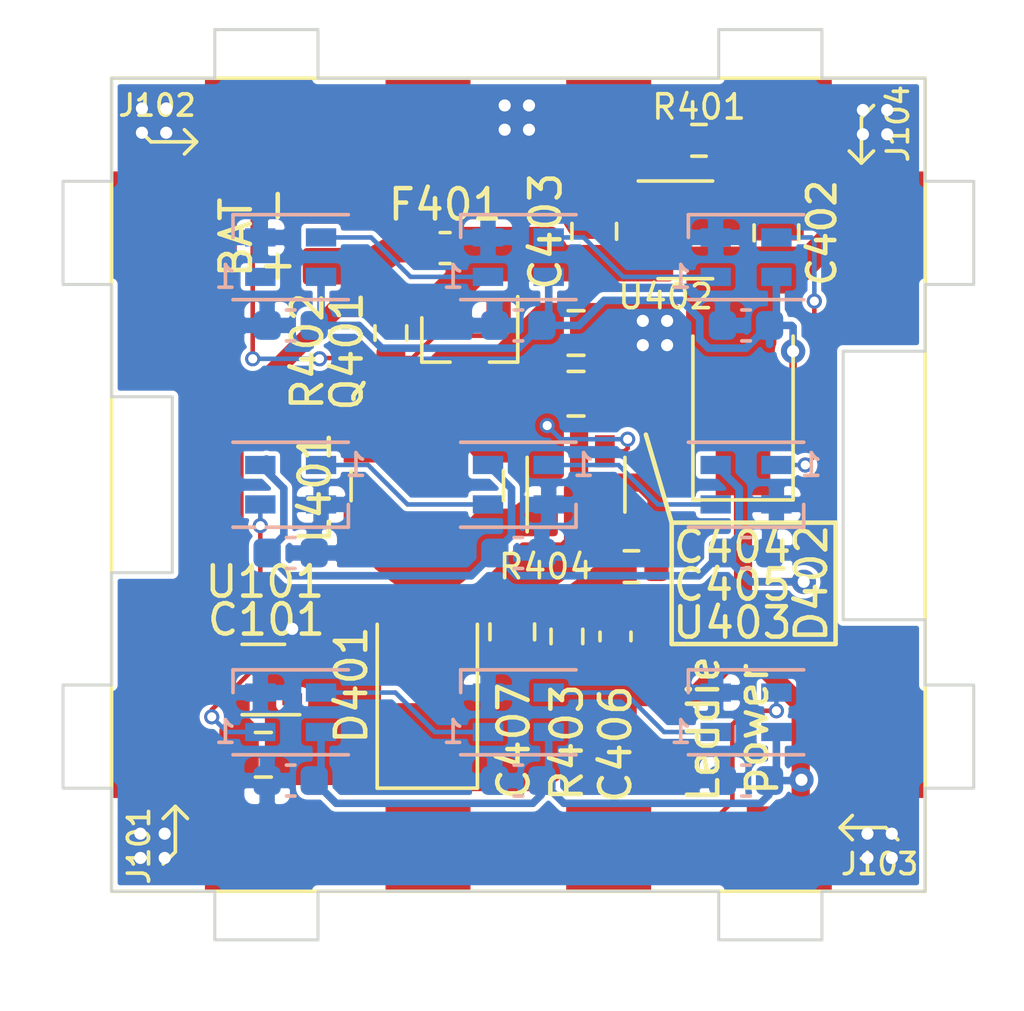
<source format=kicad_pcb>
(kicad_pcb (version 20211014) (generator pcbnew)

  (general
    (thickness 1.6)
  )

  (paper "A4")
  (layers
    (0 "F.Cu" signal)
    (31 "B.Cu" signal)
    (32 "B.Adhes" user "B.Adhesive")
    (33 "F.Adhes" user "F.Adhesive")
    (34 "B.Paste" user)
    (35 "F.Paste" user)
    (36 "B.SilkS" user "B.Silkscreen")
    (37 "F.SilkS" user "F.Silkscreen")
    (38 "B.Mask" user)
    (39 "F.Mask" user)
    (40 "Dwgs.User" user "User.Drawings")
    (41 "Cmts.User" user "User.Comments")
    (42 "Eco1.User" user "User.Eco1")
    (43 "Eco2.User" user "User.Eco2")
    (44 "Edge.Cuts" user)
    (45 "Margin" user)
    (46 "B.CrtYd" user "B.Courtyard")
    (47 "F.CrtYd" user "F.Courtyard")
    (48 "B.Fab" user)
    (49 "F.Fab" user)
  )

  (setup
    (pad_to_mask_clearance 0)
    (grid_origin 167.2 94.45)
    (pcbplotparams
      (layerselection 0x00010fc_ffffffff)
      (disableapertmacros false)
      (usegerberextensions false)
      (usegerberattributes true)
      (usegerberadvancedattributes true)
      (creategerberjobfile true)
      (svguseinch false)
      (svgprecision 6)
      (excludeedgelayer true)
      (plotframeref false)
      (viasonmask false)
      (mode 1)
      (useauxorigin false)
      (hpglpennumber 1)
      (hpglpenspeed 20)
      (hpglpendiameter 15.000000)
      (dxfpolygonmode true)
      (dxfimperialunits true)
      (dxfusepcbnewfont true)
      (psnegative false)
      (psa4output false)
      (plotreference true)
      (plotvalue true)
      (plotinvisibletext false)
      (sketchpadsonfab false)
      (subtractmaskfromsilk false)
      (outputformat 1)
      (mirror false)
      (drillshape 1)
      (scaleselection 1)
      (outputdirectory "")
    )
  )

  (net 0 "")
  (net 1 "GND")
  (net 2 "VCPU")
  (net 3 "VBUS")
  (net 4 "+BATT")
  (net 5 "Net-(C406-Pad2)")
  (net 6 "VLED")
  (net 7 "/LED_DIN")
  (net 8 "/led_substring_power/DOUT")
  (net 9 "/~{VLED_EN}")
  (net 10 "/~{CHG_ACTIVE}")
  (net 11 "Net-(R401-Pad1)")
  (net 12 "/smps_vin")
  (net 13 "/smps_sw")
  (net 14 "/BP")
  (net 15 "Net-(D201-Pad1)")
  (net 16 "Net-(D202-Pad1)")
  (net 17 "Net-(D202-Pad3)")
  (net 18 "Net-(D203-Pad1)")
  (net 19 "Net-(D203-Pad3)")
  (net 20 "Net-(D204-Pad1)")
  (net 21 "Net-(D205-Pad1)")
  (net 22 "Net-(D206-Pad1)")
  (net 23 "Net-(J103-Pad3)")
  (net 24 "Net-(U101-Pad3)")
  (net 25 "Net-(U101-Pad1)")

  (footprint "Capacitor_SMD:C_0805_2012Metric" (layer "F.Cu") (at 149.8 107.7))

  (footprint "Capacitor_SMD:C_0805_2012Metric" (layer "F.Cu") (at 160.7 90.45 90))

  (footprint "Capacitor_SMD:C_0805_2012Metric" (layer "F.Cu") (at 160.1 93.8))

  (footprint "Capacitor_SMD:C_0805_2012Metric" (layer "F.Cu") (at 160.1 95.8))

  (footprint "Capacitor_SMD:C_0603_1608Metric" (layer "F.Cu") (at 161.4 103.8 90))

  (footprint "Diode_SMD:D_SMA" (layer "F.Cu") (at 155.2 105.4 90))

  (footprint "Diode_SMD:D_SMA" (layer "F.Cu") (at 165.6 95.9 90))

  (footprint "leddie_parts:leddie_edgecon_lim" (layer "F.Cu") (at 146.3 98.8 180))

  (footprint "leddie_parts:leddie_edgecon" (layer "F.Cu") (at 158.2 86.9 90))

  (footprint "leddie_parts:leddie_edgecon" (layer "F.Cu") (at 158.2 110.7 -90))

  (footprint "Inductor_SMD:L_Coilcraft_LPS5030" (layer "F.Cu") (at 155.2 98.8275 -90))

  (footprint "Package_TO_SOT_SMD:SOT-23" (layer "F.Cu") (at 156.6 94 -90))

  (footprint "Resistor_SMD:R_0603_1608Metric" (layer "F.Cu") (at 154 93.8 90))

  (footprint "Resistor_SMD:R_0603_1608Metric" (layer "F.Cu") (at 159.8 103.8 90))

  (footprint "Package_TO_SOT_SMD:SOT-353_SC-70-5" (layer "F.Cu") (at 149.8 105.22 180))

  (footprint "Package_TO_SOT_SMD:SOT-23-5" (layer "F.Cu") (at 163.7 90.4))

  (footprint "Package_TO_SOT_SMD:SOT-23-5" (layer "F.Cu") (at 160.1 98.8 90))

  (footprint "leddie_parts:leddie_edgecon_lim" (layer "F.Cu") (at 170.1 98.8))

  (footprint "Capacitor_SMD:C_0805_2012Metric" (layer "F.Cu") (at 166.7 90.5 90))

  (footprint "Resistor_SMD:R_0603_1608Metric" (layer "F.Cu") (at 161.925 101.5))

  (footprint "Fuse:Fuse_0603_1608Metric" (layer "F.Cu") (at 155.7875 91))

  (footprint "Capacitor_SMD:C_0805_2012Metric" (layer "F.Cu") (at 158 103.65 90))

  (footprint "leddie_parts:battery_connector" (layer "F.Cu") (at 152.2 91.6 90))

  (footprint "Resistor_SMD:R_0603_1608Metric" (layer "F.Cu") (at 164.15 87.45))

  (footprint "LED_SMD:LED_SK6805_PLCC4_2.4x2.7mm_P1.3mm" (layer "B.Cu") (at 150.7 91.3))

  (footprint "Capacitor_SMD:C_0603_1608Metric" (layer "B.Cu") (at 150.7 101.05))

  (footprint "Capacitor_SMD:C_0603_1608Metric" (layer "B.Cu") (at 150.7 108.55 180))

  (footprint "Capacitor_SMD:C_0603_1608Metric" (layer "B.Cu") (at 158.2 101.05))

  (footprint "LED_SMD:LED_SK6805_PLCC4_2.4x2.7mm_P1.3mm" (layer "B.Cu") (at 150.7 98.8 180))

  (footprint "Capacitor_SMD:C_0603_1608Metric" (layer "B.Cu") (at 150.7 93.55 180))

  (footprint "Capacitor_SMD:C_0603_1608Metric" (layer "B.Cu") (at 158.2 108.55 180))

  (footprint "LED_SMD:LED_SK6805_PLCC4_2.4x2.7mm_P1.3mm" (layer "B.Cu") (at 158.2 106.3))

  (footprint "Capacitor_SMD:C_0603_1608Metric" (layer "B.Cu") (at 165.7 108.55 180))

  (footprint "LED_SMD:LED_SK6805_PLCC4_2.4x2.7mm_P1.3mm" (layer "B.Cu") (at 158.2 98.8 180))

  (footprint "Capacitor_SMD:C_0603_1608Metric" (layer "B.Cu") (at 165.7 101.05))

  (footprint "LED_SMD:LED_SK6805_PLCC4_2.4x2.7mm_P1.3mm" (layer "B.Cu") (at 165.7 91.3))

  (footprint "Capacitor_SMD:C_0603_1608Metric" (layer "B.Cu") (at 165.7 93.55 180))

  (footprint "LED_SMD:LED_SK6805_PLCC4_2.4x2.7mm_P1.3mm" (layer "B.Cu") (at 165.7 106.3))

  (footprint "Capacitor_SMD:C_0603_1608Metric" (layer "B.Cu") (at 158.2 93.55 180))

  (footprint "LED_SMD:LED_SK6805_PLCC4_2.4x2.7mm_P1.3mm" (layer "B.Cu") (at 158.2 91.3))

  (footprint "LED_SMD:LED_SK6805_PLCC4_2.4x2.7mm_P1.3mm" (layer "B.Cu") (at 165.7 98.8 180))

  (footprint "LED_SMD:LED_SK6805_PLCC4_2.4x2.7mm_P1.3mm" (layer "B.Cu") (at 150.7 106.3))

  (gr_line (start 168.65 104.05) (end 163.25 104.05) (layer "F.SilkS") (width 0.15) (tstamp 00000000-0000-0000-0000-000060fddc58))
  (gr_line (start 168.65 100.05) (end 168.65 104.05) (layer "F.SilkS") (width 0.15) (tstamp 235067e2-1686-40fe-a9a0-61704311b2b1))
  (gr_line (start 163.25 100.05) (end 168.65 100.05) (layer "F.SilkS") (width 0.15) (tstamp 31f91ec8-56e4-4e08-9ccd-012652772211))
  (gr_line (start 163.25 100.05) (end 162.4 97.15) (layer "F.SilkS") (width 0.15) (tstamp 8bdea5f6-7a53-427a-92b8-fd15994c2e8c))
  (gr_line (start 163.25 104.05) (end 163.25 100.05) (layer "F.SilkS") (width 0.15) (tstamp be41ac9e-b8ba-4089-983b-b84269707f1c))
  (gr_line (start 150.7 82.9) (end 150.7 116.1) (layer "Dwgs.User") (width 0.15) (tstamp 00000000-0000-0000-0000-000060c4ee3b))
  (gr_line (start 165.7 82.9) (end 165.7 116.1) (layer "Dwgs.User") (width 0.15) (tstamp 00000000-0000-0000-0000-000060c4eec2))
  (gr_line (start 144.8 112.2) (end 144.8 85.4) (layer "Dwgs.User") (width 0.15) (tstamp 00000000-0000-0000-0000-000060e189da))
  (gr_line (start 144.8 85.4) (end 171.6 85.4) (layer "Dwgs.User") (width 0.15) (tstamp 00000000-0000-0000-0000-000060e189dd))
  (gr_line (start 171.6 112.2) (end 144.8 112.2) (layer "Dwgs.User") (width 0.15) (tstamp 00000000-0000-0000-0000-000060e189f0))
  (gr_line (start 171.6 85.4) (end 171.6 112.2) (layer "Dwgs.User") (width 0.15) (tstamp 00000000-0000-0000-0000-000060e189f1))
  (gr_line (start 158.2 82.9) (end 158.2 116.1) (layer "Dwgs.User") (width 0.15) (tstamp 00000000-0000-0000-0000-000060fd25c3))
  (gr_line (start 141.2 91.3) (end 174.4 91.3) (layer "Dwgs.User") (width 0.15) (tstamp 00000000-0000-0000-0000-00006122387c))
  (gr_line (start 141.2 98.8) (end 174.4 98.8) (layer "Dwgs.User") (width 0.15) (tstamp 00000000-0000-0000-0000-00006122387f))
  (gr_line (start 141.6 106.3) (end 174.8 106.3) (layer "Dwgs.User") (width 0.15) (tstamp 00000000-0000-0000-0000-000061223882))
  (gr_line (start 148.2 85.4) (end 144.8 85.4) (layer "Edge.Cuts") (width 0.1) (tstamp 00000000-0000-0000-0000-000060e189b0))
  (gr_line (start 143.2 88.8) (end 143.2 92.2) (layer "Edge.Cuts") (width 0.1) (tstamp 00000000-0000-0000-0000-000060e189b3))
  (gr_line (start 143.2 105.4) (end 143.2 108.8) (layer "Edge.Cuts") (width 0.1) (tstamp 00000000-0000-0000-0000-000060e189b6))
  (gr_line (start 168.2 85.4) (end 168.2 83.8) (layer "Edge.Cuts") (width 0.1) (tstamp 00000000-0000-0000-0000-000060e189b9))
  (gr_line (start 151.6 83.8) (end 151.6 85.4) (layer "Edge.Cuts") (width 0.1) (tstamp 00000000-0000-0000-0000-000060e189bc))
  (gr_line (start 144.8 88.8) (end 144.8 85.4) (layer "Edge.Cuts") (width 0.1) (tstamp 00000000-0000-0000-0000-000060e189c2))
  (gr_line (start 143.2 105.4) (end 144.8 105.4) (layer "Edge.Cuts") (width 0.1) (tstamp 00000000-0000-0000-0000-000060e189c5))
  (gr_line (start 151.6 83.8) (end 148.2 83.8) (layer "Edge.Cuts") (width 0.1) (tstamp 00000000-0000-0000-0000-000060e189c8))
  (gr_line (start 148.2 83.8) (end 148.2 85.4) (layer "Edge.Cuts") (width 0.1) (tstamp 00000000-0000-0000-0000-000060e189cb))
  (gr_line (start 143.2 92.2) (end 144.8 92.2) (layer "Edge.Cuts") (width 0.1) (tstamp 00000000-0000-0000-0000-000060e189ce))
  (gr_line (start 144.8 108.8) (end 144.8 112.2) (layer "Edge.Cuts") (width 0.1) (tstamp 00000000-0000-0000-0000-000060e189d1))
  (gr_line (start 168.2 85.4) (end 171.6 85.4) (layer "Edge.Cuts") (width 0.1) (tstamp 00000000-0000-0000-0000-000060e189d4))
  (gr_line (start 143.2 108.8) (end 144.8 108.8) (layer "Edge.Cuts") (width 0.1) (tstamp 00000000-0000-0000-0000-000060e189d7))
  (gr_line (start 151.6 85.4) (end 164.8 85.4) (layer "Edge.Cuts") (width 0.1) (tstamp 00000000-0000-0000-0000-000060e189e0))
  (gr_line (start 168.2 83.8) (end 164.8 83.8) (layer "Edge.Cuts") (width 0.1) (tstamp 00000000-0000-0000-0000-000060e189e3))
  (gr_line (start 164.8 83.8) (end 164.8 85.4) (layer "Edge.Cuts") (width 0.1) (tstamp 00000000-0000-0000-0000-000060e189e6))
  (gr_line (start 144.8 88.8) (end 143.2 88.8) (layer "Edge.Cuts") (width 0.1) (tstamp 00000000-0000-0000-0000-000060e189e9))
  (gr_line (start 171.6 108.8) (end 173.2 108.8) (layer "Edge.Cuts") (width 0.1) (tstamp 00000000-0000-0000-0000-000060e189ec))
  (gr_line (start 151.6 113.8) (end 151.6 112.2) (layer "Edge.Cuts") (width 0.1) (tstamp 00000000-0000-0000-0000-000060e189ed))
  (gr_line (start 148.2 113.8) (end 151.6 113.8) (layer "Edge.Cuts") (width 0.1) (tstamp 00000000-0000-0000-0000-000060e189ee))
  (gr_line (start 164.8 112.2) (end 151.6 112.2) (layer "Edge.Cuts") (width 0.1) (tstamp 00000000-0000-0000-0000-000060e189ef))
  (gr_line (start 173.2 88.8) (end 171.6 88.8) (layer "Edge.Cuts") (width 0.1) (tstamp 00000000-0000-0000-0000-000060e189f2))
  (gr_line (start 148.2 112.2) (end 144.8 112.2) (layer "Edge.Cuts") (width 0.1) (tstamp 00000000-0000-0000-0000-000060e189f3))
  (gr_line (start 171.6 88.8) (end 171.6 85.4) (layer "Edge.Cuts") (width 0.1) (tstamp 00000000-0000-0000-0000-000060e189f4))
  (gr_line (start 173.2 105.4) (end 171.6 105.4) (layer "Edge.Cuts") (width 0.1) (tstamp 00000000-0000-0000-0000-000060e189f5))
  (gr_line (start 168.2 113.8) (end 168.2 112.2) (layer "Edge.Cuts") (width 0.1) (tstamp 00000000-0000-0000-0000-000060e189f6))
  (gr_line (start 164.8 113.8) (end 168.2 113.8) (layer "Edge.Cuts") (width 0.1) (tstamp 00000000-0000-0000-0000-000060e189f7))
  (gr_line (start 173.2 92.2) (end 171.6 92.2) (layer "Edge.Cuts") (width 0.1) (tstamp 00000000-0000-0000-0000-000060e189f8))
  (gr_line (start 171.6 108.8) (end 171.6 112.2) (layer "Edge.Cuts") (width 0.1) (tstamp 00000000-0000-0000-0000-000060e189f9))
  (gr_line (start 164.8 113.8) (end 164.8 112.2) (layer "Edge.Cuts") (width 0.1) (tstamp 00000000-0000-0000-0000-000060e189fb))
  (gr_line (start 148.2 112.2) (end 148.2 113.8) (layer "Edge.Cuts") (width 0.1) (tstamp 00000000-0000-0000-0000-000060e189fc))
  (gr_line (start 173.2 92.2) (end 173.2 88.8) (layer "Edge.Cuts") (width 0.1) (tstamp 00000000-0000-0000-0000-000060e189fd))
  (gr_line (start 173.2 108.8) (end 173.2 105.4) (layer "Edge.Cuts") (width 0.1) (tstamp 00000000-0000-0000-0000-000060e189fe))
  (gr_line (start 168.2 112.2) (end 171.6 112.2) (layer "Edge.Cuts") (width 0.1) (tstamp 00000000-0000-0000-0000-000060e189ff))
  (gr_line (start 171.6 103.25) (end 171.6 105.4) (layer "Edge.Cuts") (width 0.1) (tstamp 00000000-0000-0000-0000-000060fdd0aa))
  (gr_line (start 144.8 95.9) (end 144.8 92.2) (layer "Edge.Cuts") (width 0.1) (tstamp 00000000-0000-0000-0000-000060fdd843))
  (gr_line (start 144.8 101.7) (end 144.8 105.4) (layer "Edge.Cuts") (width 0.1) (tstamp 00000000-0000-0000-0000-000060fdd84c))
  (gr_line (start 168.9 94.4) (end 168.9 103.25) (layer "Edge.Cuts") (width 0.1) (tstamp 2de1ffee-2174-41d2-8969-68b8d21e5a7d))
  (gr_line (start 144.8 101.7) (end 146.8 101.7) (layer "Edge.Cuts") (width 0.1) (tstamp 3c9169cc-3a77-4ae0-8afc-cbfc472a28c5))
  (gr_line (start 146.8 95.9) (end 144.8 95.9) (layer "Edge.Cuts") (width 0.1) (tstamp 3e57b728-64e6-4470-8f27-a43c0dd85050))
  (gr_line (start 146.8 101.7) (end 146.8 95.9) (layer "Edge.Cuts") (width 0.1) (tstamp 5f31b97b-d794-46d6-bbd9-7a5638bcf704))
  (gr_line (start 171.6 92.2) (end 171.6 94.4) (layer "Edge.Cuts") (width 0.1) (tstamp 7f2b3ce3-2f20-426d-b769-e0329b6a8111))
  (gr_line (start 171.6 94.4) (end 168.9 94.4) (layer "Edge.Cuts") (width 0.1) (tstamp a7f2e97b-29f3-44fd-bf8a-97a3c1528b61))
  (gr_line (start 168.9 103.25) (end 171.6 103.25) (layer "Edge.Cuts") (width 0.1) (tstamp e87738fc-e372-4c48-9de9-398fd8b4874c))
  (gr_text "Leddie\npower" (at 165.1 106.85 90) (layer "F.SilkS") (tstamp 00000000-0000-0000-0000-000060449e76)
    (effects (font (size 1 1) (thickness 0.15)))
  )
  (gr_text "BAT" (at 148.9 90.65 90) (layer "F.SilkS") (tstamp 6cb93665-0bcd-4104-8633-fffd1811eee0)
    (effects (font (size 1 1) (thickness 0.15)))
  )

  (segment (start 161.05 93.8) (end 161.6 93.8) (width 0.25) (layer "F.Cu") (net 1) (tstamp 05d3e08e-e1f9-46cf-93d0-836d1306d03a))
  (segment (start 160.324999 98.730001) (end 160.1 98.955) (width 0.6) (layer "F.Cu") (net 1) (tstamp 0b4c0f05-c855-4742-bad2-dbf645d5842b))
  (segment (start 170.2 107.725) (end 169.95 107.975) (width 0.25) (layer "F.Cu") (net 1) (tstamp 12fa3c3f-3d14-451a-a6a8-884fd1b32fa7))
  (segment (start 164.975 88.325) (end 165.15 88.5) (width 0.15) (layer "F.Cu") (net 1) (tstamp 17ff35b3-d658-499b-9a46-ea36063fed4e))
  (segment (start 161.05 95.8) (end 161.6 95.8) (width 0.25) (layer "F.Cu") (net 1) (tstamp 1c052668-6749-425a-9a77-35f046c8aa39))
  (segment (start 146.65 111) (end 146.55 111.1) (width 0.25) (layer "F.Cu") (net 1) (tstamp 1cc5480b-56b7-4379-98e2-ccafc88911a7))
  (segment (start 160.1 98.955) (end 160.1 99.9) (width 0.6) (layer "F.Cu") (net 1) (tstamp 282c8e53-3acc-42f0-a92a-6aa976b97a93))
  (segment (start 157.75 86.3) (end 158.55 86.3) (width 0.25) (layer "F.Cu") (net 1) (tstamp 2f424da3-8fae-4941-bc6d-20044787372f))
  (segment (start 166.7 88.7) (end 166.7 89.55) (width 0.15) (layer "F.Cu") (net 1) (tstamp 3993c707-5291-41b6-83c0-d1c09cb3833a))
  (segment (start 151.325 105.22) (end 151.699999 104.845001) (width 0.25) (layer "F.Cu") (net 1) (tstamp 42d3f9d6-2a47-41a8-b942-295fcb83bcd8))
  (segment (start 158.15 88.7) (end 158.15 87.5) (width 0.25) (layer "F.Cu") (net 1) (tstamp 46cbe85d-ff47-428e-b187-4ebd50a66e0c))
  (segment (start 162.8 93.4) (end 162.8 94.2) (width 0.25) (layer "F.Cu") (net 1) (tstamp 6bd46644-7209-4d4d-acd8-f4c0d045bc61))
  (segment (start 165.15 88.5) (end 166.5 88.5) (width 0.15) (layer "F.Cu") (net 1) (tstamp 78b44915-d68e-4488-a873-34767153ef98))
  (segment (start 145.8 86.4) (end 146.6 86.4) (width 0.25) (layer "F.Cu") (net 1) (tstamp 799e761c-1426-40e9-a069-1f4cb353bfaa))
  (segment (start 151.699999 104.845001) (end 151.699999 104.499997) (width 0.25) (layer "F.Cu") (net 1) (tstamp 7bea05d4-1dec-4cd6-aa53-302dde803254))
  (segment (start 162.280001 98.730001) (end 160.324999 98.730001) (width 0.6) (layer "F.Cu") (net 1) (tstamp 83c5181e-f5ee-453c-ae5c-d7256ba8837d))
  (segment (start 149.275 110.8) (end 149.125 110.65) (width 0.25) (layer "F.Cu") (net 1) (tstamp 851f3d61-ba3b-4e6e-abd4-cafa4d9b64cb))
  (segment (start 169.25 86.8) (end 167.125 86.8) (width 0.25) (layer "F.Cu") (net 1) (tstamp 89a3dae6-dcb5-435b-a383-656b6a19a316))
  (segment (start 158.15 87.5) (end 157.75 87.1) (width 0.25) (layer "F.Cu") (net 1) (tstamp 96315415-cfed-47d2-b3dd-d782358bd0df))
  (segment (start 146.2 89.875) (end 146.2 87.6) (width 0.25) (layer "F.Cu") (net 1) (tstamp 99e6b8eb-b08e-4d42-84dd-8b7f6765b7b7))
  (segment (start 149.125 110.65) (end 146.65 110.65) (width 0.25) (layer "F.Cu") (net 1) (tstamp 9a8ad8bb-d9a9-4b2b-bc88-ea6fd2676d45))
  (segment (start 162.8 95.4) (end 162.8 96.2) (width 0.25) (layer "F.Cu") (net 1) (tstamp 9db16341-dac0-4aab-9c62-7d88c111c1ce))
  (segment (start 146.65 110.65) (end 146.65 111) (width 0.25) (layer "F.Cu") (net 1) (tstamp a5362821-c161-4c7a-a00c-40e1d7472d56))
  (segment (start 169.55 86.45) (end 169.55 86.5) (width 0.25) (layer "F.Cu") (net 1) (tstamp a917c6d9-225d-4c90-bf25-fe8eff8abd3f))
  (segment (start 170.35 86.45) (end 170.35 87.25) (width 0.25) (layer "F.Cu") (net 1) (tstamp b0b4c3cb-e7ea-49c0-8162-be3bbab3e4ec))
  (segment (start 169.55 86.5) (end 169.25 86.8) (width 0.25) (layer "F.Cu") (net 1) (tstamp b54cae5b-c17c-4ed7-b249-2e7d5e83609a))
  (segment (start 151.699999 104.499997) (end 150.750002 103.55) (width 0.25) (layer "F.Cu") (net 1) (tstamp b7aa0362-7c9e-4a42-b191-ab15a38bf3c5))
  (segment (start 169.75 111.05) (end 169.7 111.1) (width 0.25) (layer "F.Cu") (net 1) (tstamp bc3b3f93-69e0-44a5-b919-319b81d13095))
  (segment (start 161.6 95.8) (end 162 95.4) (width 0.25) (layer "F.Cu") (net 1) (tstamp befdfbe5-f3e5-423b-a34e-7bba3f218536))
  (segment (start 162.75 99.2) (end 162.280001 98.730001) (width 0.6) (layer "F.Cu") (net 1) (tstamp ca5b6af8-ca05-4338-b852-b51f2b49b1db))
  (segment (start 170.1 109.9) (end 170.5 110.3) (width 0.25) (layer "F.Cu") (net 1) (tstamp ca6e2466-a90a-4dab-be16-b070610e5087))
  (segment (start 164.975 87.45) (end 164.975 88.325) (width 0.15) (layer "F.Cu") (net 1) (tstamp d13b0eae-4711-4325-a6bb-aa8e3646e86e))
  (segment (start 169.95 109.9) (end 170.1 109.9) (width 0.25) (layer "F.Cu") (net 1) (tstamp d18f2428-546f-4066-8ffb-7653303685db))
  (segment (start 169.95 107.975) (end 169.95 109.9) (width 0.25) (layer "F.Cu") (net 1) (tstamp d95c6650-fcd9-4184-97fe-fde43ea5c0cd))
  (segment (start 145.75 110.3) (end 146.55 110.3) (width 0.25) (layer "F.Cu") (net 1) (tstamp db1ed10a-ef86-43bf-93dc-9be76327f6d2))
  (segment (start 150.75 105.22) (end 151.325 105.22) (width 0.25) (layer "F.Cu") (net 1) (tstamp dd1edfbb-5fb6-42cd-b740-fd54ab3ef1f1))
  (segment (start 146.2 87.6) (end 145.8 87.2) (width 0.25) (layer "F.Cu") (net 1) (tstamp de370984-7922-4327-a0ba-7cd613995df4))
  (segment (start 146.55 111.1) (end 145.75 111.1) (width 0.25) (layer "F.Cu") (net 1) (tstamp e70d061b-28f0-4421-ad15-0598604086e8))
  (segment (start 166.5 88.5) (end 166.7 88.7) (width 0.15) (layer "F.Cu") (net 1) (tstamp e76ec524-408a-4daa-89f6-0edfdbcfb621))
  (segment (start 162.75 101.5) (end 162.75 99.2) (width 0.6) (layer "F.Cu") (net 1) (tstamp ea2ea877-1ce1-4cd6-ad19-1da87f51601d))
  (segment (start 170.5 111.1) (end 169.7 111.1) (width 0.25) (layer "F.Cu") (net 1) (tstamp eb473bfd-fc2d-4cf0-8714-6b7dd95b0a03))
  (segment (start 167.125 86.8) (end 167.325 87) (width 0.25) (layer "F.Cu") (net 1) (tstamp f4a1ab68-998b-43e3-aa33-40b58210bc99))
  (segment (start 161.6 93.8) (end 162 93.4) (width 0.25) (layer "F.Cu") (net 1) (tstamp f699494a-77d6-4c73-bd50-29c1c1c5b879))
  (segment (start 158.95 89.5) (end 158.15 88.7) (width 0.25) (layer "F.Cu") (net 1) (tstamp fa20e708-ec85-4e0b-8402-f74a2724f920))
  (segment (start 160.7 89.5) (end 158.95 89.5) (width 0.25) (layer "F.Cu") (net 1) (tstamp fb35e3b1-aff6-41a7-9cf0-52694b95edeb))
  (via (at 162.3 93.4) (size 0.8) (drill 0.4) (layers "F.Cu" "B.Cu") (net 1) (tstamp 00000000-0000-0000-0000-000060c4d5ab))
  (via (at 162.3 94.2) (size 0.8) (drill 0.4) (layers "F.Cu" "B.Cu") (net 1) (tstamp 00000000-0000-0000-0000-000060c4d65c))
  (via (at 163.1 94.2) (size 0.8) (drill 0.4) (layers "F.Cu" "B.Cu") (net 1) (tstamp 00000000-0000-0000-0000-000060c4d65f))
  (via (at 163.1 93.4) (size 0.8) (drill 0.4) (layers "F.Cu" "B.Cu") (net 1) (tstamp 00000000-0000-0000-0000-0000610fb6e1))
  (via (at 157.75 86.3) (size 0.8) (drill 0.4) (layers "F.Cu" "B.Cu") (net 1) (tstamp 015f5586-ba76-4a98-9114-f5cd2c67134d))
  (via (at 145.75 111.1) (size 0.8) (drill 0.4) (layers "F.Cu" "B.Cu") (net 1) (tstamp 02f8904b-a7b2-49dd-b392-764e7e29fb51))
  (via (at 146.55 110.3) (size 0.8) (drill 0.4) (layers "F.Cu" "B.Cu") (net 1) (tstamp 18f1018d-5857-4c32-a072-f3de80352f74))
  (via (at 157.75 87.1) (size 0.8) (drill 0.4) (layers "F.Cu" "B.Cu") (net 1) (tstamp 21492bcd-343a-4b2b-b55a-b4586c11bdeb))
  (via (at 158.55 87.1) (size 0.8) (drill 0.4) (layers "F.Cu" "B.Cu") (net 1) (tstamp 41485de5-6ed3-4c83-b69e-ef83ae18093c))
  (via (at 146.6 87.2) (size 0.8) (drill 0.4) (layers "F.Cu" "B.Cu") (net 1) (tstamp 71af7b65-0e6b-402e-b1a4-b66be507b4dc))
  (via (at 146.55 111.1) (size 0.8) (drill 0.4) (layers "F.Cu" "B.Cu") (net 1) (tstamp 86e98417-f5e4-48ba-8147-ef66cc03dde6))
  (via (at 169.7 110.3) (size 0.8) (drill 0.4) (layers "F.Cu" "B.Cu") (net 1) (tstamp 8aeae536-fd36-430e-be47-1a856eced2fc))
  (via (at 145.75 110.3) (size 0.8) (drill 0.4) (layers "F.Cu" "B.Cu") (net 1) (tstamp 8bd46048-cab7-4adf-af9a-bc2710c1894c))
  (via (at 170.5 110.3) (size 0.8) (drill 0.4) (layers "F.Cu" "B.Cu") (net 1) (tstamp 92848721-49b5-4e4c-b042-6fd51e1d562f))
  (via (at 169.55 87.25) (size 0.8) (drill 0.4) (layers "F.Cu" "B.Cu") (net 1) (tstamp aa047297-22f8-4de0-a969-0b3451b8e164))
  (via (at 170.35 86.45) (size 0.8) (drill 0.4) (layers "F.Cu" "B.Cu") (net 1) (tstamp ab8b0540-9c9f-4195-88f5-7bed0b0a8ed6))
  (via (at 145.8 87.2) (size 0.8) (drill 0.4) (layers "F.Cu" "B.Cu") (net 1) (tstamp b794d099-f823-4d35-9755-ca1c45247ee9))
  (via (at 169.55 86.45) (size 0.8) (drill 0.4) (layers "F.Cu" "B.Cu") (net 1) (tstamp b7d06af4-a5b1-447f-9b1a-8b44eb1cc204))
  (via (at 150.750002 103.55) (size 0.8) (drill 0.4) (layers "F.Cu" "B.Cu") (net 1) (tstamp bef2abc2-bf3e-4a72-ad03-f8da3cd893cb))
  (via (at 170.5 111.1) (size 0.8) (drill 0.4) (layers "F.Cu" "B.Cu") (net 1) (tstamp c07eebcc-30d2-439d-8030-faea6ade4486))
  (via (at 158.55 86.3) (size 0.8) (drill 0.4) (layers "F.Cu" "B.Cu") (net 1) (tstamp d05faa1f-5f69-41bf-86d3-2cd224432e1b))
  (via (at 145.8 86.4) (size 0.8) (drill 0.4) (layers "F.Cu" "B.Cu") (net 1) (tstamp db851147-6a1e-4d19-898c-0ba71182359b))
  (via (at 170.35 87.25) (size 0.8) (drill 0.4) (layers "F.Cu" "B.Cu") (net 1) (tstamp df3dc9a2-ba40-4c3a-87fe-61cc8e23d71b))
  (via (at 169.7 111.1) (size 0.8) (drill 0.4) (layers "F.Cu" "B.Cu") (net 1) (tstamp e65bab67-68b7-4b22-a939-6f2c05164d2a))
  (via (at 146.6 86.4) (size 0.8) (drill 0.4) (layers "F.Cu" "B.Cu") (net 1) (tstamp e69c64f9-717d-4a97-b3df-80325ec2fa63))
  (segment (start 145.8 87.2) (end 145.8 86.4) (width 0.25) (layer "B.Cu") (net 1) (tstamp 2518d4ea-25cc-4e57-a0d6-8482034e7318))
  (segment (start 158.55 86.3) (end 158.55 87.1) (width 0.25) (layer "B.Cu") (net 1) (tstamp 3bca658b-a598-4669-a7cb-3f9b5f47bb5a))
  (segment (start 170.5 110.3) (end 170.5 111.1) (width 0.25) (layer "B.Cu") (net 1) (tstamp 3d552623-2969-4b15-8623-368144f225e9))
  (segment (start 146.6 86.4) (end 146.6 87.2) (width 0.25) (layer "B.Cu") (net 1) (tstamp 4fd9bc4f-0ae3-42d4-a1b4-9fb1b2a0a7fd))
  (segment (start 157.75 87.1) (end 157.75 86.3) (width 0.25) (layer "B.Cu") (net 1) (tstamp 541721d1-074b-496e-a833-813044b3e8ca))
  (segment (start 145.75 111.1) (end 145.75 110.3) (width 0.25) (layer "B.Cu") (net 1) (tstamp 992a2b00-5e28-4edd-88b5-994891512d8d))
  (segment (start 169.55 86.45) (end 170.35 86.45) (width 0.25) (layer "B.Cu") (net 1) (tstamp e79c8e11-ed47-4701-ae80-a54cdb6682a5))
  (segment (start 170.35 87.25) (end 169.55 87.25) (width 0.25) (layer "B.Cu") (net 1) (tstamp e87a6f80-914f-4f62-9c9f-9ba62a88ee3d))
  (segment (start 148.650009 105.999991) (end 148.650009 106.599991) (width 0.25) (layer "F.Cu") (net 2) (tstamp 1317ff66-8ecf-46c9-9612-8d2eae03c537))
  (segment (start 148.85 105.87) (end 148.78 105.87) (width 0.25) (layer "F.Cu") (net 2) (tstamp 1755646e-fc08-4e43-a301-d9b3ea704cf6))
  (segment (start 146.225 107.7) (end 146.2 107.725) (width 0.15) (layer "F.Cu") (net 2) (tstamp 26bc8641-9bca-4204-9709-deedbe202a36))
  (segment (start 148.78 105.87) (end 148.650009 105.999991) (width 0.25) (layer "F.Cu") (net 2) (tstamp ef4533db-6ea4-4b68-b436-8e9575be570d))
  (segment (start 148.85 107.7) (end 146.225 107.7) (width 0.25) (layer "F.Cu") (net 2) (tstamp fd5f7d77-0f73-4021-88a8-0641f0fe8d98))
  (segment (start 148.85 96.35) (end 148.85 104.35) (width 0.6) (layer "F.Cu") (net 4) (tstamp 0ba17a9b-d889-426c-b4fe-048bed6b6be8))
  (segment (start 148.85 96.35) (end 152.225 92.975) (width 0.6) (layer "F.Cu") (net 4) (tstamp 63caf46e-0228-40de-b819-c6bd29dd1711))
  (segment (start 152.225 92.975) (end 154 92.975) (width 0.6) (layer "F.Cu") (net 4) (tstamp 8aff0f38-92a8-45ec-b106-b185e93ca3fd))
  (segment (start 148.85 89.3) (end 149.275 88.875) (width 0.15) (layer "F.Cu") (net 4) (tstamp 94a10cae-6ef2-4b64-9d98-fb22aa3306cc))
  (segment (start 149.275 88.875) (end 149.275 86.8) (width 0.15) (layer "F.Cu") (net 4) (tstamp a7fc0812-140f-4d96-9cd8-ead8c1c610b1))
  (segment (start 148.85 96.35) (end 148.85 89.3) (width 0.15) (layer "F.Cu") (net 4) (tstamp f33ec0db-ef0f-4576-8054-2833161a8f30))
  (segment (start 148.85 104.57) (end 148.85 104.35) (width 0.15) (layer "F.Cu") (net 4) (tstamp f5dba25f-5f9b-4770-84f9-c038fb119360))
  (segment (start 161.35 105.8) (end 161.4 105.75) (width 0.6) (layer "F.Cu") (net 6) (tstamp 0554bea0-89b2-4e25-9ea3-4c73921c94cb))
  (segment (start 167.25 96.25) (end 167.25 94.4) (width 0.25) (layer "F.Cu") (net 6) (tstamp 1bd80cf9-f42a-4aee-a408-9dbf4e81e625))
  (segment (start 167.2 102) (end 165.6 102) (width 0.25) (layer "F.Cu") (net 6) (tstamp 22962957-1efd-404d-83db-5b233b6c15b0))
  (segment (start 165.6 102) (end 165.6 104.15) (width 0.6) (layer "F.Cu") (net 6) (tstamp 29126f72-63f7-4275-8b12-6b96a71c6f17))
  (segment (start 167.5 106.05) (end 165.6 104.15) (width 0.6) (layer "F.Cu") (net 6) (tstamp 4bbde53d-6894-4e18-9480-84a6a26d5f6b))
  (segment (start 165.6 97.9) (end 167.25 96.25) (width 0.25) (layer "F.Cu") (net 6) (tstamp 57f248a7-365e-4c42-b80d-5a7d1f9dfaf3))
  (segment (start 159.85 107.4) (end 159.25 106.8) (width 0.6) (layer "F.Cu") (net 6) (tstamp 7233cb6b-d8fd-4fcd-9b4f-8b0ed19b1b12))
  (segment (start 159.25 105.85) (end 158 104.6) (width 0.6) (layer "F.Cu") (net 6) (tstamp 761c8e29-382a-475c-a37a-7201cc9cd0f5))
  (segment (start 161.4 105.75) (end 161.4 104.575) (width 0.6) (layer "F.Cu") (net 6) (tstamp 88606262-3ac5-44a1-aacc-18b26cf4d396))
  (segment (start 163.95 105.8) (end 161.35 105.8) (width 0.6) (layer "F.Cu") (net 6) (tstamp 8d063f79-9282-4820-bcf4-1ff3c006cf08))
  (segment (start 165.6 104.15) (end 163.95 105.8) (width 0.6) (layer "F.Cu") (net 6) (tstamp af186015-d283-4209-aade-a247e5de01df))
  (segment (start 167.125 110.8) (end 167.5 110.425) (width 0.6) (layer "F.Cu") (net 6) (tstamp c3d5daf8-d359-42b2-a7c2-0d080ba7e212))
  (segment (start 165.6 97.9) (end 165.6 102) (width 0.6) (layer "F.Cu") (net 6) (tstamp cd1cff81-9d8a-4511-96d6-4ddb79484001))
  (segment (start 167.5 110.425) (end 167.5 106.05) (width 0.6) (layer "F.Cu") (net 6) (tstamp d3dd7cdb-b730-487d-804d-99150ba318ef))
  (segment (start 159.25 106.8) (end 159.25 105.85) (width 0.6) (layer "F.Cu") (net 6) (tstamp e50c80c5-80c4-46a3-8c1e-c9c3a71a0934))
  (via (at 167.525 108.525) (size 0.8) (drill 0.4) (layers "F.Cu" "B.Cu") (net 6) (tstamp 9da1ace0-4181-4f12-80f8-16786a9e5c07))
  (via (at 167.25 94.4) (size 0.8) (drill 0.4) (layers "F.Cu" "B.Cu") (net 6) (tstamp c346b00c-b5e0-4939-beb4-7f48172ef334))
  (via (at 167.6 102) (size 0.8) (drill 0.4) (layers "F.Cu" "B.Cu") (net 6) (tstamp df83f395-2d18-47e2-a370-952ca41c2b3a))
  (segment (start 160.2 93.55) (end 158.95 93.55) (width 0.25) (layer "B.Cu") (net 6) (tstamp 00000000-0000-0000-0000-000060fd25c6))
  (segment (start 159.2 91.95) (end 159.2 93.3) (width 0.25) (layer "B.Cu") (net 6) (tstamp 00000000-0000-0000-0000-000060fd2647))
  (segment (start 159.2 93.3) (end 158.95 93.55) (width 0.25) (layer "B.Cu") (net 6) (tstamp 00000000-0000-0000-0000-000060fd264a))
  (segment (start 149.9 101.05) (end 150.475001 100.474999) (width 0.25) (layer "B.Cu") (net 6) (tstamp 099473f1-6598-46ff-a50f-4c520832170d))
  (segment (start 164.17499 94.007114) (end 164.17499 93.32499) (width 0.25) (layer "B.Cu") (net 6) (tstamp 13ac70df-e9b9-44e5-96e6-20f0b0dc6a3a))
  (segment (start 167.25 93.6) (end 167.25 94.4) (width 0.25) (layer "B.Cu") (net 6) (tstamp 15699041-ed40-45ee-87d8-f5e206a88536))
  (segment (start 150.475001 100.474999) (end 150.475001 98.925001) (width 0.25) (layer "B.Cu") (net 6) (tstamp 1876c30c-72b2-4a8d-9f32-bf8b213530b4))
  (segment (start 157.4 101.05) (end 156.64999 101.80001) (width 0.25) (layer "B.Cu") (net 6) (tstamp 199124ca-dd64-45cf-a063-97cc545cbea7))
  (segment (start 164.467886 94.30001) (end 164.17499 94.007114) (width 0.25) (layer "B.Cu") (net 6) (tstamp 24adc223-60f0-4497-98a3-d664c5a13280))
  (segment (start 166.475 93.55) (end 166.475 94.175) (width 0.25) (layer "B.Cu") (net 6) (tstamp 26a22c19-4cc5-4237-9651-0edc4f854154))
  (segment (start 158.15001 101.80001) (end 164.14999 101.80001) (width 0.25) (layer "B.Cu") (net 6) (tstamp 275b6416-db29-42cc-9307-bf426917c3b4))
  (segment (start 164.17499 93.32499) (end 163.574999 92.724999) (width 0.25) (layer "B.Cu") (net 6) (tstamp 278a91dc-d57d-4a5c-a045-34b6bd84131f))
  (segment (start 159.2 108.3) (end 158.95 108.55) (width 0.25) (layer "B.Cu") (net 6) (tstamp 29cbb0bc-f66b-4d11-80e7-5bb270e42496))
  (segment (start 167.5 108.55) (end 167.525 108.525) (width 0.25) (layer "B.Cu") (net 6) (tstamp 2ea8fa6f-efc3-40fe-bcf9-05bfa46ead4f))
  (segment (start 166.7 108.3) (end 166.45 108.55) (width 0.25) (layer "B.Cu") (net 6) (tstamp 355ced6c-c08a-4586-9a09-7a9c624536f6))
  (segment (start 158.19999 94.30001) (end 153.70001 94.30001) (width 0.25) (layer "B.Cu") (net 6) (tstamp 3b65c51e-c243-447e-bee9-832d94c1630e))
  (segment (start 164.14999 101.80001) (end 164.9 101.05) (width 0.25) (layer "B.Cu") (net 6) (tstamp 3c22d605-7855-4cc6-8ad2-906cadbd02dc))
  (segment (start 159.70001 109.30001) (end 158.95 108.55) (width 0.25) (layer "B.Cu") (net 6) (tstamp 3ed2c840-383d-4cbd-bc3b-c4ea4c97b333))
  (segment (start 158.95 93.55) (end 158.19999 94.30001) (width 0.25) (layer "B.Cu") (net 6) (tstamp 402c62e6-8d8e-473a-a0cf-2b86e4908cd7))
  (segment (start 165.475001 100.474999) (end 164.9 101.05) (width 0.25) (layer "B.Cu") (net 6) (tstamp 4086cbd7-6ba7-4e63-8da9-17e60627ee17))
  (segment (start 161.025001 92.724999) (end 160.2 93.55) (width 0.25) (layer "B.Cu") (net 6) (tstamp 4cc0e615-05a0-4f42-a208-4011ba8ef841))
  (segment (start 152.95 93.55) (end 151.45 93.55) (width 0.25) (layer "B.Cu") (net 6) (tstamp 4cfd9a02-97ef-4af4-a6b8-db9be1a8fda5))
  (segment (start 158.67499 109.30001) (end 152.20001 109.30001) (width 0.25) (layer "B.Cu") (net 6) (tstamp 54ed3ee1-891b-418e-ab9c-6a18747d7388))
  (segment (start 157.975001 98.925001) (end 157.975001 100.474999) (width 0.25) (layer "B.Cu") (net 6) (tstamp 631c7be5-8dc2-4df4-ab73-737bb928e763))
  (segment (start 166.17499 109.30001) (end 159.70001 109.30001) (width 0.25) (layer "B.Cu") (net 6) (tstamp 653a86ba-a1ae-4175-9d4c-c788087956d0))
  (segment (start 166.45 109.025) (end 166.17499 109.30001) (width 0.25) (layer "B.Cu") (net 6) (tstamp 6a0919c2-460c-4229-b872-14e318e1ba8b))
  (segment (start 157.2 98.15) (end 157.975001 98.925001) (width 0.25) (layer "B.Cu") (net 6) (tstamp 6d2a06fb-0b1e-452a-ab38-11a5f45e1b32))
  (segment (start 152.20001 109.30001) (end 151.45 108.55) (width 0.25) (layer "B.Cu") (net 6) (tstamp 749d9ed0-2ff2-4b55-abc5-f7231ec3aa28))
  (segment (start 151.45 93.55) (end 151.7 93.3) (width 0.25) (layer "B.Cu") (net 6) (tstamp 751d823e-1d7b-4501-9658-d06d459b0e16))
  (segment (start 166.475 93.55) (end 167.2 93.55) (width 0.25) (layer "B.Cu") (net 6) (tstamp 80095e91-6317-4cfb-9aea-884c9a1accc5))
  (segment (start 165.69999 94.30001) (end 164.467886 94.30001) (width 0.25) (layer "B.Cu") (net 6) (tstamp 88deea08-baa5-4041-beb7-01c299cf00e6))
  (segment (start 151.7 108.3) (end 151.7 106.95) (width 0.25) (layer "B.Cu") (net 6) (tstamp 8a8c373f-9bc3-4cf7-8f41-4802da916698))
  (segment (start 164.9 101.05) (end 165.85 102) (width 0.25) (layer "B.Cu") (net 6) (tstamp 8eb98c56-17e4-4de6-a3e3-06dcfa392040))
  (segment (start 150.475001 98.925001) (end 149.7 98.15) (width 0.25) (layer "B.Cu") (net 6) (tstamp 9112ddd5-10d5-48b8-954f-f1d5adcacbd9))
  (segment (start 164.7 98.15) (end 165.475001 98.925001) (width 0.25) (layer "B.Cu") (net 6) (tstamp 91fc5800-6029-46b1-848d-ca0091f97267))
  (segment (start 151.45 108.55) (end 151.7 108.3) (width 0.25) (layer "B.Cu") (net 6) (tstamp 92761c09-a591-4c8e-af4d-e0e2262cb01d))
  (segment (start 157.975001 100.474999) (end 157.4 101.05) (width 0.25) (layer "B.Cu") (net 6) (tstamp 929a9b03-e99e-4b88-8e16-759f8c6b59a5))
  (segment (start 167.2 93.55) (end 167.25 93.6) (width 0.25) (layer "B.Cu") (net 6) (tstamp 968a6172-7a4e-40ab-a78a-e4d03671e136))
  (segment (start 163.574999 92.724999) (end 161.025001 92.724999) (width 0.25) (layer "B.Cu") (net 6) (tstamp 98966de3-2364-43d8-a2e0-b03bb9487b03))
  (segment (start 166.45 93.55) (end 165.69999 94.30001) (width 0.25) (layer "B.Cu") (net 6) (tstamp a177c3b4-b04c-490e-b3fe-d3d4d7aa24a7))
  (segment (start 153.70001 94.30001) (end 152.95 93.55) (width 0.25) (layer "B.Cu") (net 6) (tstamp aadc3df5-0e2d-4f3d-b72e-6f184da74c89))
  (segment (start 158.95 108.55) (end 158.95 109.025) (width 0.25) (layer "B.Cu") (net 6) (tstamp af76ce95-feca-41fb-bf31-edaa26d6766a))
  (segment (start 165.475001 98.925001) (end 165.475001 100.474999) (width 0.25) (layer "B.Cu") (net 6) (tstamp bb8162f0-99c8-4884-be5b-c0d0c7e81ff6))
  (segment (start 157.4 101.05) (end 158.15001 101.80001) (width 0.25) (layer "B.Cu") (net 6) (tstamp bd085057-7c0e-463a-982b-968a2dc1f0f8))
  (segment (start 150.65001 101.80001) (end 149.9 101.05) (width 0.25) (layer "B.Cu") (net 6) (tstamp c1b11207-7c0a-49b3-a41d-2fe677d5f3b8))
  (segment (start 166.7 106.95) (end 166.7 108.3) (width 0.25) (layer "B.Cu") (net 6) (tstamp c2dd13db-24b6-40f1-b75b-b9ab893d92ea))
  (segment (start 159.2 106.95) (end 159.2 108.3) (width 0.25) (layer "B.Cu") (net 6) (tstamp c401e9c6-1deb-4979-99be-7c801c952098))
  (segment (start 165.85 102) (end 167.6 102) (width 0.25) (layer "B.Cu") (net 6) (tstamp c66a19ed-90c0-4502-ae75-6a4c4ab9f297))
  (segment (start 156.64999 101.80001) (end 150.65001 101.80001) (width 0.25) (layer "B.Cu") (net 6) (tstamp ca9b74ce-0dee-401c-9544-f599f4cf538d))
  (segment (start 166.45 108.55) (end 166.45 109.025) (width 0.25) (layer "B.Cu") (net 6) (tstamp d1c19c11-0a13-4237-b6b4-fb2ef1db7c6d))
  (segment (start 149.9 97.95) (end 149.7 98.15) (width 0.25) (layer "B.Cu") (net 6) (tstamp d8200a86-aa75-47a3-ad2a-7f4c9c999a6f))
  (segment (start 166.7 91.95) (end 166.7 93.3) (width 0.25) (layer "B.Cu") (net 6) (tstamp e11ae5a5-aa10-4f10-b346-f16e33c7899a))
  (segment (start 166.45 108.55) (end 167.5 108.55) (width 0.25) (layer "B.Cu") (net 6) (tstamp e2fac877-439c-4da0-af2e-5fdc70f85d42))
  (segment (start 166.7 93.3) (end 166.45 93.55) (width 0.25) (layer "B.Cu") (net 6) (tstamp f23ac723-a36d-491d-9473-7ec0ffed332d))
  (segment (start 151.7 93.3) (end 151.7 91.95) (width 0.25) (layer "B.Cu") (net 6) (tstamp fc2e9f96-3bed-4896-b995-f56e799f1c77))
  (segment (start 158.95 109.025) (end 158.67499 109.30001) (width 0.25) (layer "B.Cu") (net 6) (tstamp fd60415a-f01a-46c5-9369-ea970e435e5b))
  (segment (start 163.7 110.8) (end 165.25 109.25) (width 0.15) (layer "F.Cu") (net 7) (tstamp 3bbbbb7d-391c-4fee-ac81-3c47878edc38))
  (segment (start 161.175 110.8) (end 163.7 110.8) (width 0.15) (layer "F.Cu") (net 7) (tstamp 4a53fa56-d65b-42a4-a4be-8f49c4c015bb))
  (segment (start 166.3 106.249998) (end 166.7 106.249998) (width 0.15) (layer "F.Cu") (net 7) (tstamp 5bab6a37-1fdf-4cf8-b571-44c962ed86e9))
  (segment (start 165.700002 106.249998) (end 166.3 106.249998) (width 0.15) (layer "F.Cu") (net 7) (tstamp 706c1cb9-5d96-4282-9efc-6147f0125147))
  (segment (start 165.25 109.25) (end 165.25 106.7) (width 0.15) (layer "F.Cu") (net 7) (tstamp 9ed09117-33cf-45a3-85a7-2606522feaf8))
  (segment (start 165.25 106.7) (end 165.700002 106.249998) (width 0.15) (layer "F.Cu") (net 7) (tstamp eb391a95-1c1d-4613-b508-c76b8bc13a73))
  (via (at 166.7 106.249998) (size 0.5) (drill 0.3) (layers "F.Cu" "B.Cu") (net 7) (tstamp ad4d05f5-6957-42f8-b65c-c657b9a26485))
  (segment (start 166.7 106.249998) (end 166.7 105.65) (width 0.15) (layer "B.Cu") (net 7) (tstamp 92f063a3-7cce-4a96-8a3a-cf5767f700c6))
  (segment (start 152.480002 86.8) (end 155.225 86.8) (width 0.15) (layer "F.Cu") (net 9) (tstamp 0ce1dd44-f307-4f98-9f0d-478fd87daa64))
  (segment (start 154 94.625) (end 151.675 94.625) (width 0.15) (layer "F.Cu") (net 9) (tstamp 254f7cc6-cee1-44ca-9afe-939b318201aa))
  (segment (start 149.45 89.830002) (end 149.540001 89.740001) (width 0.15) (layer "F.Cu") (net 9) (tstamp 3457afc5-3e4f-4220-81d1-b079f653a722))
  (segment (start 157.55 93.65) (end 157.55 93) (width 0.15) (layer "F.Cu") (net 9) (tstamp 4970ec6e-3725-4619-b57d-dc2c2cb86ed0))
  (segment (start 149.5 89.780002) (end 149.540001 89.740001) (width 0.15) (layer "F.Cu") (net 9) (tstamp 58390862-1833-41dd-9c4e-98073ea0da33))
  (segment (start 149.540001 89.740001) (end 152.480002 86.8) (width 0.15) (layer "F.Cu") (net 9) (tstamp 5e755161-24a5-4650-a6e3-9836bf074412))
  (segment (start 154 94.625) (end 154.715 94.625) (width 0.15) (layer "F.Cu") (net 9) (tstamp 6150c02b-beb5-4af1-951e-3666a285a6ea))
  (segment (start 154.715 94.625) (end 155.45 93.89) (width 0.15) (layer "F.Cu") (net 9) (tstamp 755f94aa-38f0-4a64-a7c7-6c71cb18cddf))
  (segment (start 155.45 93.89) (end 157.31 93.89) (width 0.15) (layer "F.Cu") (net 9) (tstamp 9c2999b2-1cf1-4204-9d23-243401b77aa3))
  (segment (start 151.675 94.625) (end 151.65 94.65) (width 0.15) (layer "F.Cu") (net 9) (tstamp ca56e1ad-54bf-4df5-a4f7-99f5d61d0de9))
  (segment (start 149.45 94.65) (end 149.45 89.830002) (width 0.15) (layer "F.Cu") (net 9) (tstamp e86e4fae-9ca7-4857-a93c-bc6a3048f887))
  (segment (start 157.31 93.89) (end 157.55 93.65) (width 0.15) (layer "F.Cu") (net 9) (tstamp f8b47531-6c06-4e54-9fc9-cd9d0f3dd69f))
  (via (at 151.65 94.65) (size 0.5) (drill 0.3) (layers "F.Cu" "B.Cu") (net 9) (tstamp 0c5dddf1-38df-43d2-b49c-e7b691dab0ab))
  (via (at 149.45 94.65) (size 0.5) (drill 0.3) (layers "F.Cu" "B.Cu") (net 9) (tstamp 5f48b0f2-82cf-40ce-afac-440f97643c36))
  (segment (start 151.65 94.65) (end 149.45 94.65) (width 0.15) (layer "B.Cu") (net 9) (tstamp 1855ca44-ab48-4b76-a210-97fc81d916c4))
  (segment (start 161.24 88.45) (end 161.175 88.385) (width 0.15) (layer "F.Cu") (net 10) (tstamp 1bf7d0f9-0dcf-4d7c-b58c-318e3dc42bc9))
  (segment (start 162.6 89.45) (end 162.6 88.9) (width 0.15) (layer "F.Cu") (net 10) (tstamp 247ebffd-2cb6-4379-ba6e-21861fea3913))
  (segment (start 161.175 88.385) (end 161.175 86.8) (width 0.15) (layer "F.Cu") (net 10) (tstamp 9208ea78-8dde-4b3d-91e9-5755ab5efd9a))
  (segment (start 162.6 88.9) (end 162.15 88.45) (width 0.15) (layer "F.Cu") (net 10) (tstamp 94d24676-7ae3-483c-8bd6-88d31adf00b4))
  (segment (start 162.15 88.45) (end 161.24 88.45) (width 0.15) (layer "F.Cu") (net 10) (tstamp e45aa7d8-0254-4176-afd9-766820762e19))
  (segment (start 163.325 87.45) (end 163.325 88.325) (width 0.15) (layer "F.Cu") (net 11) (tstamp 51cc007a-3378-4ce3-909c-71e94822f8d1))
  (segment (start 164.8 88.8) (end 164.8 89.45) (width 0.15) (layer "F.Cu") (net 11) (tstamp 83184391-76ed-44f0-8cd0-01f89f157bdb))
  (segment (start 163.65 88.65) (end 164.65 88.65) (width 0.15) (layer "F.Cu") (net 11) (tstamp 966ee9ec-860e-45bb-af89-30bda72b2032))
  (segment (start 163.325 88.325) (end 163.65 88.65) (width 0.15) (layer "F.Cu") (net 11) (tstamp 96ef76a5-90c3-4767-98ba-2b61887e28d3))
  (segment (start 164.65 88.65) (end 164.8 88.8) (width 0.15) (layer "F.Cu") (net 11) (tstamp db6412d3-e6c3-4bdd-abf4-a8f55d56df31))
  (segment (start 161.05 97.7) (end 161.7 97.7) (width 0.15) (layer "F.Cu") (net 12) (tstamp 000b46d6-b833-4804-8f56-56d539f76d09))
  (segment (start 159.15 97.7) (end 159.15 96.850008) (width 0.15) (layer "F.Cu") (net 12) (tstamp 1cacb878-9da4-41fc-aa80-018bc841e19a))
  (segment (start 161.800008 97.599992) (end 161.800008 97.299992) (width 0.15) (layer "F.Cu") (net 12) (tstamp 49b5f540-e128-4e08-bb09-f321f8e64056))
  (segment (start 159.15 96.850008) (end 159.149992 96.85) (width 0.15) (layer "F.Cu") (net 12) (tstamp 4ce9470f-5633-41bf-89ac-74a810939893))
  (segment (start 161.7 97.7) (end 161.800008 97.599992) (width 0.15) (layer "F.Cu") (net 12) (tstamp dd70858b-2f9a-4b3f-9af5-ead3a9ba57e9))
  (via (at 159.149992 96.85) (size 0.5) (drill 0.3) (layers "F.Cu" "B.Cu") (net 12) (tstamp 5576cd03-3bad-40c5-9316-1d286895d52a))
  (via (at 161.800008 97.299992) (size 0.5) (drill 0.3) (layers "F.Cu" "B.Cu") (net 12) (tstamp aa23bfe3-454b-4a2b-bfe1-101c747eb84e))
  (segment (start 159.149992 96.85) (end 159.599984 97.299992) (width 0.15) (layer "B.Cu") (net 12) (tstamp 1de61170-5337-44c5-ba28-bd477db4bff1))
  (segment (start 159.599984 97.299992) (end 161.800008 97.299992) (width 0.15) (layer "B.Cu") (net 12) (tstamp 3a1a39fc-8030-4c93-9d9c-d79ba6824099))
  (segment (start 161.7 105.65) (end 159.2 105.65) (width 0.15) (layer "B.Cu") (net 15) (tstamp 113ffcdf-4c54-4e37-81dc-f91efa934ba7))
  (segment (start 163 106.95) (end 161.7 105.65) (width 0.15) (layer "B.Cu") (net 15) (tstamp c7cd39db-931a-4d86-96b8-57e6b39f58f9))
  (segment (start 164.7 106.95) (end 163 106.95) (width 0.15) (layer "B.Cu") (net 15) (tstamp ceb12634-32ca-4cbf-9ff5-5e8b53ab18ad))
  (segment (start 153.25 98.15) (end 151.7 98.15) (width 0.15) (layer "B.Cu") (net 16) (tstamp 2102c637-9f11-48f1-aae6-b4139dc22be2))
  (segment (start 157.2 99.45) (end 154.55 99.45) (width 0.15) (layer "B.Cu") (net 16) (tstamp 272c2a78-b5f5-4b61-aed3-ec69e0e92729))
  (segment (start 154.55 99.45) (end 153.25 98.15) (width 0.15) (layer "B.Cu") (net 16) (tstamp 3f2a6679-91d7-4b6c-bf5c-c4d5abb2bc44))
  (segment (start 148.299999 105.950001) (end 148.299999 105.849999) (width 0.15) (layer "F.Cu") (net 17) (tstamp 162e5bdd-61a8-46a3-8485-826b5d58e1a1))
  (segment (start 148.344999 105.444999) (end 148.905003 105.444999) (width 0.15) (layer "F.Cu") (net 17) (tstamp 2b25e886-ded1-450a-ada1-ece4208052e4))
  (segment (start 148.299999 105.849999) (end 148.299999 105.489999) (width 0.15) (layer "F.Cu") (net 17) (tstamp 319c683d-aed6-4e7d-aee2-ff9871746d52))
  (segment (start 148.100036 106.218178) (end 148.299999 106.018215) (width 0.15) (layer "F.Cu") (net 17) (tstamp 4346fe55-f906-453a-b81a-1c013104a598))
  (segment (start 148.299999 106.018215) (end 148.299999 105.849999) (width 0.15) (layer "F.Cu") (net 17) (tstamp 456c5e47-d71e-4708-b061-1e61634d8648))
  (segment (start 149.575002 100.274998) (end 149.7 100.15) (width 0.15) (layer "F.Cu") (net 17) (tstamp a3fab380-991d-404b-95d5-1c209b047b6e))
  (segment (start 149.7 104.650002) (end 149.7 100.15) (width 0.15) (layer "F.Cu") (net 17) (tstamp b2b363dd-8e47-4a76-a142-e00e28334875))
  (segment (start 148.905003 105.444999) (end 149.7 104.650002) (width 0.15) (layer "F.Cu") (net 17) (tstamp c15b2f75-2e10-4b71-bebb-e2b872171b92))
  (segment (start 148.100036 106.450016) (end 148.100036 106.218178) (width 0.15) (layer "F.Cu") (net 17) (tstamp c512fed3-9770-476b-b048-e781b4f3cd72))
  (segment (start 148.099984 106.450016) (end 148.100036 106.450016) (width 0.15) (layer "F.Cu") (net 17) (tstamp cb1a49ef-0a06-4f40-9008-61d1d1c36198))
  (segment (start 148.299999 105.489999) (end 148.344999 105.444999) (width 0.15) (layer "F.Cu") (net 17) (tstamp f6a5c856-f2b5-40eb-a958-b666a0d408a0))
  (segment (start 148.299999 106.018215) (end 148.299999 105.950001) (width 0.15) (layer "F.Cu") (net 17) (tstamp ffa442c7-cbef-461f-8613-c211201cec06))
  (via (at 148.100036 106.450016) (size 0.5) (drill 0.3) (layers "F.Cu" "B.Cu") (net 17) (tstamp 2f3fba7a-cf45-4bd8-9035-07e6fa0b4732))
  (via (at 149.7 100.15) (size 0.5) (drill 0.3) (layers "F.Cu" "B.Cu") (net 17) (tstamp 7273dd21-e834-41d3-b279-d7de727709ca))
  (segment (start 149.7 106.95) (end 148.60002 106.95) (width 0.15) (layer "B.Cu") (net 17) (tstamp 0f0f7bb5-ade7-4a81-82b4-43be6a8ad05c))
  (segment (start 148.60002 106.95) (end 148.100036 106.450016) (width 0.15) (layer "B.Cu") (net 17) (tstamp 5e6153e6-2c19-46de-9a8e-b310a2a07861))
  (segment (start 149.7 100.15) (end 149.7 99.45) (width 0.15) (layer "B.Cu") (net 17) (tstamp 62f15a9a-9893-486e-9ad0-ea43f88fc9e7))
  (segment (start 160.35 90.65) (end 159.2 90.65) (width 0.15) (layer "B.Cu") (net 18) (tstamp 00000000-0000-0000-0000-000060fd260b))
  (segment (start 161.65 91.95) (end 160.35 90.65) (width 0.15) (layer "B.Cu") (net 18) (tstamp 0fb27e11-fde6-4a25-adbb-e9684771b369))
  (segment (start 164.7 91.95) (end 161.65 91.95) (width 0.15) (layer "B.Cu") (net 18) (tstamp 56d2bc5d-fd72-4542-ab0f-053a5fd60efa))
  (segment (start 167.95 97.85) (end 167.95 92.75) (width 0.15) (layer "F.Cu") (net 19) (tstamp 66ca01b3-51ff-4294-9b77-4492e98f6aec))
  (segment (start 167.65 98.15) (end 167.95 97.85) (width 0.15) (layer "F.Cu") (net 19) (tstamp b9d4de74-d246-495d-8b63-12ab2133d6d6))
  (via (at 167.65 98.15) (size 0.5) (drill 0.3) (layers "F.Cu" "B.Cu") (net 19) (tstamp 08ec951f-e7eb-41cf-9589-697107a98e88))
  (via (at 167.95 92.75) (size 0.5) (drill 0.3) (layers "F.Cu" "B.Cu") (net 19) (tstamp 49fec31e-3712-4229-8142-b191d90a97d0))
  (segment (start 166.7 90.65) (end 167.85 90.65) (width 0.15) (layer "B.Cu") (net 19) (tstamp 022502e0-e724-4b75-bc35-3c5984dbeb76))
  (segment (start 167.65 98.15) (end 166.7 98.15) (width 0.15) (layer "B.Cu") (net 19) (tstamp 2eea20e6-112c-411a-b615-885ae773135a))
  (segment (start 167.95 90.75) (end 167.95 92.75) (width 0.15) (layer "B.Cu") (net 19) (tstamp 9f969b13-1795-4747-8326-93bdc304ed56))
  (segment (start 167.85 90.65) (end 167.95 90.75) (width 0.15) (layer "B.Cu") (net 19) (tstamp d655bb0a-cbf9-4908-ad60-7024ff468fbd))
  (segment (start 151.7 105.65) (end 154.15 105.65) (width 0.15) (layer "B.Cu") (net 20) (tstamp 0e32af77-726b-4e11-9f99-2e2484ba9e9b))
  (segment (start 155.45 106.95) (end 157.2 106.95) (width 0.15) (layer "B.Cu") (net 20) (tstamp 2ee28fa9-d785-45a1-9a1b-1be02ad8cd0b))
  (segment (start 154.15 105.65) (end 155.45 106.95) (width 0.15) (layer "B.Cu") (net 20) (tstamp fb0bf2a0-d317-42f7-b022-b5e05481f6be))
  (segment (start 162.8 99.45) (end 164.7 99.45) (width 0.15) (layer "B.Cu") (net 21) (tstamp 152cd84e-bbed-4df5-a866-d1ab977b0966))
  (segment (start 161.5 98.15) (end 162.8 99.45) (width 0.15) (layer "B.Cu") (net 21) (tstamp 560d05a7-84e4-403a-80d1-f287a4032b8a))
  (segment (start 159.2 98.15) (end 161.5 98.15) (width 0.15) (layer "B.Cu") (net 21) (tstamp 8a427111-6480-4b0c-b097-d8b6a0ee1819))
  (segment (start 157.2 91.95) (end 154.65 91.95) (width 0.15) (layer "B.Cu") (net 22) (tstamp 15189cef-9045-423b-b4f6-a763d4e75704))
  (segment (start 153.35 90.65) (end 151.7 90.65) (width 0.15) (layer "B.Cu") (net 22) (tstamp 2a4111b7-8149-4814-9344-3b8119cd75e4))
  (segment (start 154.65 91.95) (end 153.35 90.65) (width 0.15) (layer "B.Cu") (net 22) (tstamp a686ed7c-c2d1-4d29-9d54-727faf9fd6bf))

  (zone (net 0) (net_name "") (layer "F.Cu") (tstamp 00000000-0000-0000-0000-000060bcc39f) (hatch full 0.508)
    (connect_pads (clearance 0))
    (min_thickness 0.254)
    (keepout (tracks not_allowed) (vias not_allowed) (pads allowed ) (copperpour not_allowed) (footprints allowed))
    (fill (thermal_gap 0.508) (thermal_bridge_width 0.508))
    (polygon
      (pts
        (xy 171.6 106.053637)
        (xy 168.4 106.053637)
        (xy 168.4 91.553637)
        (xy 171.6 91.553637)
      )
    )
  )
  (zone (net 1) (net_name "GND") (layer "F.Cu") (tstamp 00000000-0000-0000-0000-0000610fb5a0) (hatch edge 0.508)
    (connect_pads yes (clearance 0.2))
    (min_thickness 0.254)
    (fill yes (thermal_gap 0.508) (thermal_bridge_width 0.508))
    (polygon
      (pts
        (xy 161.75 90)
        (xy 165.5 90)
        (xy 165.8 89.65)
        (xy 165.8 88.8)
        (xy 167.6 88.8)
        (xy 167.6 90.6)
        (xy 167.45 90.75)
        (xy 163.3 90.75)
        (xy 161.8 90.75)
        (xy 161.65 90.7)
        (xy 160 90.7)
        (xy 159.6 90.05)
        (xy 155.45 90.05)
        (xy 155.3 90.2)
        (xy 151.1 90.2)
        (xy 151.1 89)
        (xy 153.3 89)
        (xy 153.55 88.8)
        (xy 157 88.8)
        (xy 157 85.65)
        (xy 159.4 85.65)
        (xy 159.4 88.8)
        (xy 161.75 88.8)
      )
    )
    (filled_polygon
      (layer "F.Cu")
      (pts
        (xy 159.273 88.8)
        (xy 159.27544 88.824776)
        (xy 159.282667 88.848601)
        (xy 159.294403 88.870557)
        (xy 159.310197 88.889803)
        (xy 159.329443 88.905597)
        (xy 159.351399 88.917333)
        (xy 159.375224 88.92456)
        (xy 159.4 88.927)
        (xy 161.623 88.927)
        (xy 161.623 90)
        (xy 161.62544 90.024776)
        (xy 161.632667 90.048601)
        (xy 161.644403 90.070557)
        (xy 161.660197 90.089803)
        (xy 161.679443 90.105597)
        (xy 161.701399 90.117333)
        (xy 161.725224 90.12456)
        (xy 161.75 90.127)
        (xy 165.5 90.127)
        (xy 165.524776 90.12456)
        (xy 165.548601 90.117333)
        (xy 165.570557 90.105597)
        (xy 165.596426 90.082651)
        (xy 165.896426 89.732651)
        (xy 165.910697 89.712251)
        (xy 165.920715 89.689459)
        (xy 165.926093 89.66515)
        (xy 165.927 89.65)
        (xy 165.927 88.927)
        (xy 167.473 88.927)
        (xy 167.473 90.547394)
        (xy 167.397394 90.623)
        (xy 167.191063 90.623)
        (xy 167.175 90.621418)
        (xy 166.225 90.621418)
        (xy 166.208937 90.623)
        (xy 161.82061 90.623)
        (xy 161.690161 90.579517)
        (xy 161.665884 90.573997)
        (xy 161.65 90.573)
        (xy 161.191063 90.573)
        (xy 161.175 90.571418)
        (xy 160.225 90.571418)
        (xy 160.208937 90.573)
        (xy 160.070967 90.573)
        (xy 159.708161 89.98344)
        (xy 159.693097 89.963617)
        (xy 159.674456 89.947115)
        (xy 159.652953 89.934566)
        (xy 159.629416 89.926454)
        (xy 159.6 89.923)
        (xy 155.45 89.923)
        (xy 155.425224 89.92544)
        (xy 155.401399 89.932667)
        (xy 155.379443 89.944403)
        (xy 155.360197 89.960197)
        (xy 155.247394 90.073)
        (xy 151.227 90.073)
        (xy 151.227 89.127)
        (xy 153.3 89.127)
        (xy 153.324776 89.12456)
        (xy 153.348601 89.117333)
        (xy 153.379336 89.09917)
        (xy 153.594549 88.927)
        (xy 157 88.927)
        (xy 157.024776 88.92456)
        (xy 157.048601 88.917333)
        (xy 157.070557 88.905597)
        (xy 157.089803 88.889803)
        (xy 157.105597 88.870557)
        (xy 157.117333 88.848601)
        (xy 157.12456 88.824776)
        (xy 157.127 88.8)
        (xy 157.127 85.777)
        (xy 159.273 85.777)
      )
    )
  )
  (zone (net 14) (net_name "/BP") (layer "F.Cu") (tstamp 00000000-0000-0000-0000-0000610fb5a3) (hatch edge 0.508)
    (connect_pads yes (clearance 0.1))
    (min_thickness 0.254)
    (fill yes (thermal_gap 0.508) (thermal_bridge_width 0.508))
    (polygon
      (pts
        (xy 155.25 91.475)
        (xy 154.3 91.475)
        (xy 153.25 92.2)
        (xy 151.1 92.2)
        (xy 151.1 91)
        (xy 153.25 91)
        (xy 154.05 90.525)
        (xy 155.25 90.525)
      )
    )
    (filled_polygon
      (layer "F.Cu")
      (pts
        (xy 155.123 91.348)
        (xy 154.3 91.348)
        (xy 154.275224 91.35044)
        (xy 154.251399 91.357667)
        (xy 154.22784 91.370492)
        (xy 153.210415 92.073)
        (xy 151.227 92.073)
        (xy 151.227 91.127)
        (xy 153.25 91.127)
        (xy 153.274776 91.12456)
        (xy 153.298601 91.117333)
        (xy 153.314838 91.109202)
        (xy 154.084862 90.652)
        (xy 155.123 90.652)
      )
    )
  )
  (zone (net 1) (net_name "GND") (layer "F.Cu") (tstamp 00000000-0000-0000-0000-0000610fb5a6) (hatch edge 0.508)
    (connect_pads yes (clearance 0.15))
    (min_thickness 0.254)
    (fill yes (thermal_gap 0.508) (thermal_bridge_width 0.508))
    (polygon
      (pts
        (xy 169.15 87.65)
        (xy 169.15 87.1)
        (xy 167.7 87.1)
        (xy 167.7 86.6)
        (xy 169.15 86.6)
        (xy 169.15 86.05)
        (xy 170.75 86.05)
        (xy 170.75 87.65)
      )
    )
    (filled_polygon
      (layer "F.Cu")
      (pts
        (xy 170.623 87.523)
        (xy 169.277 87.523)
        (xy 169.277 87.1)
        (xy 169.27456 87.075224)
        (xy 169.267333 87.051399)
        (xy 169.255597 87.029443)
        (xy 169.239803 87.010197)
        (xy 169.220557 86.994403)
        (xy 169.198601 86.982667)
        (xy 169.174776 86.97544)
        (xy 169.15 86.973)
        (xy 167.827 86.973)
        (xy 167.827 86.727)
        (xy 169.15 86.727)
        (xy 169.174776 86.72456)
        (xy 169.198601 86.717333)
        (xy 169.220557 86.705597)
        (xy 169.239803 86.689803)
        (xy 169.255597 86.670557)
        (xy 169.267333 86.648601)
        (xy 169.27456 86.624776)
        (xy 169.277 86.6)
        (xy 169.277 86.177)
        (xy 170.623 86.177)
      )
    )
  )
  (zone (net 1) (net_name "GND") (layer "F.Cu") (tstamp 00000000-0000-0000-0000-0000610fb5a9) (hatch edge 0.508)
    (connect_pads (clearance 0.15))
    (min_thickness 0.254)
    (fill yes (thermal_gap 0.508) (thermal_bridge_width 0.508))
    (polygon
      (pts
        (xy 169.3 109.9)
        (xy 169.85 109.9)
        (xy 169.85 108.45)
        (xy 170.35 108.45)
        (xy 170.35 109.9)
        (xy 170.9 109.9)
        (xy 170.9 111.5)
        (xy 169.3 111.5)
      )
    )
    (filled_polygon
      (layer "F.Cu")
      (pts
        (xy 170.223 109.9)
        (xy 170.22544 109.924776)
        (xy 170.232667 109.948601)
        (xy 170.244403 109.970557)
        (xy 170.260197 109.989803)
        (xy 170.279443 110.005597)
        (xy 170.301399 110.017333)
        (xy 170.325224 110.02456)
        (xy 170.35 110.027)
        (xy 170.773 110.027)
        (xy 170.773 111.373)
        (xy 169.427 111.373)
        (xy 169.427 110.027)
        (xy 169.85 110.027)
        (xy 169.874776 110.02456)
        (xy 169.898601 110.017333)
        (xy 169.920557 110.005597)
        (xy 169.939803 109.989803)
        (xy 169.955597 109.970557)
        (xy 169.967333 109.948601)
        (xy 169.97456 109.924776)
        (xy 169.977 109.9)
        (xy 169.977 109.69725)
        (xy 170.073 109.60125)
        (xy 170.073 108.577)
        (xy 170.223 108.577)
      )
    )
  )
  (zone (net 1) (net_name "GND") (layer "F.Cu") (tstamp 00000000-0000-0000-0000-0000610fb5ac) (hatch edge 0.508)
    (connect_pads (clearance 0.15))
    (min_thickness 0.254)
    (fill yes (thermal_gap 0.508) (thermal_bridge_width 0.508))
    (polygon
      (pts
        (xy 146.95 109.9)
        (xy 146.95 110.55)
        (xy 148.4 110.55)
        (xy 148.4 110.95)
        (xy 146.95 110.95)
        (xy 146.95 111.5)
        (xy 145.35 111.5)
        (xy 145.35 109.9)
      )
    )
    (filled_polygon
      (layer "F.Cu")
      (pts
        (xy 146.823 110.55)
        (xy 146.82544 110.574776)
        (xy 146.832667 110.598601)
        (xy 146.844403 110.620557)
        (xy 146.860197 110.639803)
        (xy 146.879443 110.655597)
        (xy 146.901399 110.667333)
        (xy 146.925224 110.67456)
        (xy 146.95 110.677)
        (xy 148.273 110.677)
        (xy 148.273 110.823)
        (xy 146.95 110.823)
        (xy 146.925224 110.82544)
        (xy 146.901399 110.832667)
        (xy 146.879443 110.844403)
        (xy 146.860197 110.860197)
        (xy 146.844403 110.879443)
        (xy 146.832667 110.901399)
        (xy 146.82544 110.925224)
        (xy 146.823 110.95)
        (xy 146.823 111.373)
        (xy 145.477 111.373)
        (xy 145.477 110.027)
        (xy 146.823 110.027)
      )
    )
  )
  (zone (net 1) (net_name "GND") (layer "F.Cu") (tstamp 00000000-0000-0000-0000-0000610fb5af) (hatch edge 0.508)
    (connect_pads (clearance 0.15))
    (min_thickness 0.254)
    (fill yes (thermal_gap 0.508) (thermal_bridge_width 0.508))
    (polygon
      (pts
        (xy 147 87.6)
        (xy 146.45 87.6)
        (xy 146.45 89.05)
        (xy 145.95 89.05)
        (xy 145.95 87.6)
        (xy 145.4 87.6)
        (xy 145.4 86)
        (xy 147 86)
      )
    )
    (filled_polygon
      (layer "F.Cu")
      (pts
        (xy 146.873 87.473)
        (xy 146.45 87.473)
        (xy 146.425224 87.47544)
        (xy 146.401399 87.482667)
        (xy 146.379443 87.494403)
        (xy 146.360197 87.510197)
        (xy 146.344403 87.529443)
        (xy 146.332667 87.551399)
        (xy 146.32544 87.575224)
        (xy 146.323 87.6)
        (xy 146.323 88.923)
        (xy 146.077 88.923)
        (xy 146.077 87.6)
        (xy 146.07456 87.575224)
        (xy 146.067333 87.551399)
        (xy 146.055597 87.529443)
        (xy 146.039803 87.510197)
        (xy 146.020557 87.494403)
        (xy 145.998601 87.482667)
        (xy 145.974776 87.47544)
        (xy 145.95 87.473)
        (xy 145.527 87.473)
        (xy 145.527 86.127)
        (xy 146.873 86.127)
      )
    )
  )
  (zone (net 1) (net_name "GND") (layer "F.Cu") (tstamp 00000000-0000-0000-0000-0000610fb5b5) (hatch edge 0.508)
    (connect_pads yes (clearance 0.2))
    (min_thickness 0.254)
    (fill yes (thermal_gap 0.508) (thermal_bridge_width 0.508))
    (polygon
      (pts
        (xy 153.7 102.9)
        (xy 153.65 108.7)
        (xy 149.85 108.7)
        (xy 149.85 106.7)
        (xy 149.85 106.45)
        (xy 149.85 102.9)
        (xy 150.25 102.9)
      )
    )
    (filled_polygon
      (layer "F.Cu")
      (pts
        (xy 153.52409 108.573)
        (xy 149.977 108.573)
        (xy 149.977 105.67)
        (xy 150.096418 105.67)
        (xy 150.096418 106.07)
        (xy 150.102732 106.134103)
        (xy 150.12143 106.195743)
        (xy 150.151794 106.25255)
        (xy 150.192657 106.302343)
        (xy 150.24245 106.343206)
        (xy 150.299257 106.37357)
        (xy 150.360897 106.392268)
        (xy 150.425 106.398582)
        (xy 151.075 106.398582)
        (xy 151.139103 106.392268)
        (xy 151.200743 106.37357)
        (xy 151.25755 106.343206)
        (xy 151.307343 106.302343)
        (xy 151.348206 106.25255)
        (xy 151.37857 106.195743)
        (xy 151.397268 106.134103)
        (xy 151.403582 106.07)
        (xy 151.403582 105.67)
        (xy 151.397268 105.605897)
        (xy 151.37857 105.544257)
        (xy 151.348206 105.48745)
        (xy 151.307343 105.437657)
        (xy 151.25755 105.396794)
        (xy 151.200743 105.36643)
        (xy 151.139103 105.347732)
        (xy 151.075 105.341418)
        (xy 150.425 105.341418)
        (xy 150.360897 105.347732)
        (xy 150.299257 105.36643)
        (xy 150.24245 105.396794)
        (xy 150.192657 105.437657)
        (xy 150.151794 105.48745)
        (xy 150.12143 105.544257)
        (xy 150.102732 105.605897)
        (xy 150.096418 105.67)
        (xy 149.977 105.67)
        (xy 149.977 104.942718)
        (xy 149.985632 104.935634)
        (xy 150.035868 104.874422)
        (xy 150.057419 104.834103)
        (xy 150.073197 104.804586)
        (xy 150.096183 104.728808)
        (xy 150.096418 104.726422)
        (xy 150.096418 104.77)
        (xy 150.102732 104.834103)
        (xy 150.12143 104.895743)
        (xy 150.151794 104.95255)
        (xy 150.192657 105.002343)
        (xy 150.24245 105.043206)
        (xy 150.299257 105.07357)
        (xy 150.360897 105.092268)
        (xy 150.425 105.098582)
        (xy 151.075 105.098582)
        (xy 151.139103 105.092268)
        (xy 151.200743 105.07357)
        (xy 151.25755 105.043206)
        (xy 151.307343 105.002343)
        (xy 151.348206 104.95255)
        (xy 151.37857 104.895743)
        (xy 151.397268 104.834103)
        (xy 151.403582 104.77)
        (xy 151.403582 104.37)
        (xy 151.397268 104.305897)
        (xy 151.37857 104.244257)
        (xy 151.348206 104.18745)
        (xy 151.307343 104.137657)
        (xy 151.25755 104.096794)
        (xy 151.200743 104.06643)
        (xy 151.139103 104.047732)
        (xy 151.075 104.041418)
        (xy 150.425 104.041418)
        (xy 150.360897 104.047732)
        (xy 150.299257 104.06643)
        (xy 150.24245 104.096794)
        (xy 150.192657 104.137657)
        (xy 150.151794 104.18745)
        (xy 150.12143 104.244257)
        (xy 150.102732 104.305897)
        (xy 150.102 104.313329)
        (xy 150.102 103.027)
        (xy 153.571901 103.027)
      )
    )
  )
  (zone (net 2) (net_name "VCPU") (layer "F.Cu") (tstamp 00000000-0000-0000-0000-0000610fb5b8) (hatch edge 0.508)
    (connect_pads yes (clearance 0.2))
    (min_thickness 0.254)
    (fill yes (thermal_gap 0.508) (thermal_bridge_width 0.508))
    (polygon
      (pts
        (xy 149.35 106.5)
        (xy 149.65 106.8)
        (xy 149.65 108.7)
        (xy 148.35 108.7)
        (xy 148.35 105.4)
        (xy 149.35 105.4)
      )
    )
    (filled_polygon
      (layer "F.Cu")
      (pts
        (xy 149.223 106.5)
        (xy 149.22544 106.524776)
        (xy 149.232667 106.548601)
        (xy 149.244403 106.570557)
        (xy 149.260197 106.589803)
        (xy 149.523 106.852606)
        (xy 149.523 108.573)
        (xy 148.477 108.573)
        (xy 148.477 106.889053)
        (xy 148.548221 106.817832)
        (xy 148.611367 106.723328)
        (xy 148.654862 106.618321)
        (xy 148.677036 106.506846)
        (xy 148.677036 106.393186)
        (xy 148.654862 106.281711)
        (xy 148.63745 106.239674)
        (xy 148.673196 106.172798)
        (xy 148.696182 106.097021)
        (xy 148.701999 106.037962)
        (xy 148.701999 106.037955)
        (xy 148.703943 106.018216)
        (xy 148.701999 105.998476)
        (xy 148.701999 105.846999)
        (xy 148.885264 105.846999)
        (xy 148.905003 105.848943)
        (xy 148.924742 105.846999)
        (xy 148.92475 105.846999)
        (xy 148.983809 105.841182)
        (xy 149.059586 105.818196)
        (xy 149.129423 105.780867)
        (xy 149.190635 105.730631)
        (xy 149.203226 105.715289)
        (xy 149.223 105.695515)
      )
    )
  )
  (zone (net 4) (net_name "+BATT") (layer "F.Cu") (tstamp 00000000-0000-0000-0000-0000610fb5bb) (hatch edge 0.508)
    (connect_pads yes (clearance 0.2))
    (min_thickness 0.254)
    (fill yes (thermal_gap 0.508) (thermal_bridge_width 0.508))
    (polygon
      (pts
        (xy 159.4 90.3)
        (xy 159.8 90.9)
        (xy 161.6 90.9)
        (xy 161.75 90.95)
        (xy 163.3 90.95)
        (xy 163.3 92.1)
        (xy 157.1 92.1)
        (xy 156.3 92.9)
        (xy 156.3 93.6)
        (xy 153.3 93.6)
        (xy 153.3 92.5)
        (xy 153.65 92.3)
        (xy 155.3 92.3)
        (xy 155.8 91.8)
        (xy 155.8 90.3)
      )
    )
    (filled_polygon
      (layer "F.Cu")
      (pts
        (xy 159.69433 90.970447)
        (xy 159.710104 90.989709)
        (xy 159.729332 91.005523)
        (xy 159.751276 91.017282)
        (xy 159.775093 91.024534)
        (xy 159.8 91.027)
        (xy 161.57939 91.027)
        (xy 161.709839 91.070483)
        (xy 161.734116 91.076003)
        (xy 161.75 91.077)
        (xy 163.173 91.077)
        (xy 163.173 91.973)
        (xy 157.1 91.973)
        (xy 157.075224 91.97544)
        (xy 157.051399 91.982667)
        (xy 157.029443 91.994403)
        (xy 157.010197 92.010197)
        (xy 156.210197 92.810197)
        (xy 156.194403 92.829443)
        (xy 156.182667 92.851399)
        (xy 156.17544 92.875224)
        (xy 156.173 92.9)
        (xy 156.173 93.473)
        (xy 153.427 93.473)
        (xy 153.427 92.573701)
        (xy 153.683727 92.427)
        (xy 155.3 92.427)
        (xy 155.324776 92.42456)
        (xy 155.348601 92.417333)
        (xy 155.370557 92.405597)
        (xy 155.389803 92.389803)
        (xy 155.889803 91.889803)
        (xy 155.905597 91.870557)
        (xy 155.917333 91.848601)
        (xy 155.92456 91.824776)
        (xy 155.927 91.8)
        (xy 155.927 90.427)
        (xy 159.332032 90.427)
      )
    )
  )
  (zone (net 3) (net_name "VBUS") (layer "F.Cu") (tstamp 00000000-0000-0000-0000-0000610fb5be) (hatch edge 0.508)
    (connect_pads yes (clearance 0.2))
    (min_thickness 0.254)
    (fill yes (thermal_gap 0.508) (thermal_bridge_width 0.508))
    (polygon
      (pts
        (xy 171.3 91.25)
        (xy 168.55 91.25)
        (xy 167.3 92.5)
        (xy 166.7 92.5)
        (xy 166.7 95.4)
        (xy 163.7 95.45)
        (xy 163.75 90.95)
        (xy 167.6 90.95)
        (xy 169.25 89.3)
        (xy 171.3 89.3)
      )
    )
    (filled_polygon
      (layer "F.Cu")
      (pts
        (xy 171.173 91.123)
        (xy 168.55 91.123)
        (xy 168.525224 91.12544)
        (xy 168.501399 91.132667)
        (xy 168.479443 91.144403)
        (xy 168.460197 91.160197)
        (xy 167.247394 92.373)
        (xy 166.7 92.373)
        (xy 166.675224 92.37544)
        (xy 166.651399 92.382667)
        (xy 166.629443 92.394403)
        (xy 166.610197 92.410197)
        (xy 166.594403 92.429443)
        (xy 166.582667 92.451399)
        (xy 166.57544 92.475224)
        (xy 166.573 92.5)
        (xy 166.573 94.13468)
        (xy 166.550938 94.187942)
        (xy 166.523 94.328397)
        (xy 166.523 94.471603)
        (xy 166.550938 94.612058)
        (xy 166.573 94.66532)
        (xy 166.573 95.275099)
        (xy 163.828443 95.320842)
        (xy 163.875597 91.077)
        (xy 167.6 91.077)
        (xy 167.624776 91.07456)
        (xy 167.648601 91.067333)
        (xy 167.670557 91.055597)
        (xy 167.689803 91.039803)
        (xy 169.302606 89.427)
        (xy 171.173 89.427)
      )
    )
  )
  (zone (net 6) (net_name "VLED") (layer "F.Cu") (tstamp 00000000-0000-0000-0000-0000610fb5c1) (hatch edge 0.508)
    (connect_pads yes (clearance 0.2))
    (min_thickness 0.254)
    (fill yes (thermal_gap 0.508) (thermal_bridge_width 0.508))
    (polygon
      (pts
        (xy 162.1 105.3)
        (xy 162.1 107.7)
        (xy 160.7 107.7)
        (xy 159 108.9)
        (xy 156.3 108.9)
        (xy 154.1 108.9)
        (xy 154.1 106)
        (xy 156.3 106)
        (xy 157 105.5)
        (xy 157 103.9)
        (xy 162.1 103.9)
      )
    )
    (filled_polygon
      (layer "F.Cu")
      (pts
        (xy 161.973 107.573)
        (xy 160.7 107.573)
        (xy 160.675224 107.57544)
        (xy 160.651399 107.582667)
        (xy 160.626761 107.596245)
        (xy 158.959691 108.773)
        (xy 154.227 108.773)
        (xy 154.227 106.127)
        (xy 156.3 106.127)
        (xy 156.324776 106.12456)
        (xy 156.348601 106.117333)
        (xy 156.373817 106.103344)
        (xy 157.073817 105.603344)
        (xy 157.09256 105.586957)
        (xy 157.107746 105.567229)
        (xy 157.118792 105.544917)
        (xy 157.125272 105.520879)
        (xy 157.127 105.5)
        (xy 157.127 104.027)
        (xy 161.973 104.027)
      )
    )
  )
  (zone (net 5) (net_name "Net-(C406-Pad2)") (layer "F.Cu") (tstamp 00000000-0000-0000-0000-0000610fb5c4) (hatch edge 0.508)
    (connect_pads yes (clearance 0.2))
    (min_thickness 0.254)
    (fill yes (thermal_gap 0.508) (thermal_bridge_width 0.508))
    (polygon
      (pts
        (xy 162.1 103.7)
        (xy 159.2 103.7)
        (xy 159.2 102.6)
        (xy 160.7 101.5)
        (xy 160.7 99.1)
        (xy 162.1 99.1)
      )
    )
    (filled_polygon
      (layer "F.Cu")
      (pts
        (xy 161.973 103.573)
        (xy 159.327 103.573)
        (xy 159.327 102.664355)
        (xy 160.775103 101.602413)
        (xy 160.79364 101.585794)
        (xy 160.808578 101.565877)
        (xy 160.819344 101.543429)
        (xy 160.825523 101.519311)
        (xy 160.827 101.5)
        (xy 160.827 99.357001)
        (xy 161.973 99.357001)
      )
    )
  )
  (zone (net 1) (net_name "GND") (layer "F.Cu") (tstamp 00000000-0000-0000-0000-0000610fb5c7) (hatch edge 0.508)
    (connect_pads yes (clearance 0))
    (min_thickness 0.254)
    (fill yes (thermal_gap 0.508) (thermal_bridge_width 0.508))
    (polygon
      (pts
        (xy 163.5 96.8)
        (xy 160.5 96.8)
        (xy 160.5 98.7)
        (xy 160.5 98.9)
        (xy 160.5 101.35)
        (xy 159 102.45)
        (xy 159 103.7)
        (xy 157 103.7)
        (xy 157 102)
        (xy 158.3 100.7)
        (xy 159.6 100.7)
        (xy 159.7 100.6)
        (xy 159.7 98.85)
        (xy 159.9 98.7)
        (xy 159.9 92.8)
        (xy 163.5 92.85)
      )
    )
    (filled_polygon
      (layer "F.Cu")
      (pts
        (xy 163.373 92.975249)
        (xy 163.373 96.673)
        (xy 160.5 96.673)
        (xy 160.475224 96.67544)
        (xy 160.451399 96.682667)
        (xy 160.429443 96.694403)
        (xy 160.410197 96.710197)
        (xy 160.394403 96.729443)
        (xy 160.382667 96.751399)
        (xy 160.37544 96.775224)
        (xy 160.373 96.8)
        (xy 160.373 101.285645)
        (xy 158.924897 102.347587)
        (xy 158.90636 102.364206)
        (xy 158.891422 102.384123)
        (xy 158.880656 102.406571)
        (xy 158.874477 102.430689)
        (xy 158.873 102.45)
        (xy 158.873 103.573)
        (xy 157.127 103.573)
        (xy 157.127 102.052606)
        (xy 158.352606 100.827)
        (xy 159.6 100.827)
        (xy 159.624776 100.82456)
        (xy 159.648601 100.817333)
        (xy 159.670557 100.805597)
        (xy 159.689803 100.789803)
        (xy 159.789803 100.689803)
        (xy 159.805597 100.670557)
        (xy 159.817333 100.648601)
        (xy 159.82456 100.624776)
        (xy 159.827 100.6)
        (xy 159.827 98.9135)
        (xy 159.9762 98.8016)
        (xy 159.994557 98.784782)
        (xy 160.00928 98.764706)
        (xy 160.019804 98.742143)
        (xy 160.025724 98.717961)
        (xy 160.027 98.7)
        (xy 160.027 92.928776)
      )
    )
  )
  (zone (net 13) (net_name "/smps_sw") (layer "F.Cu") (tstamp 00000000-0000-0000-0000-0000610fb5ca) (hatch edge 0.508)
    (connect_pads yes (clearance 0.2))
    (min_thickness 0.254)
    (fill yes (thermal_gap 0.508) (thermal_bridge_width 0.508))
    (polygon
      (pts
        (xy 159.2 99.2)
        (xy 159.5 99.2)
        (xy 159.5 100.5)
        (xy 158.05 100.5)
        (xy 157.95 100.55)
        (xy 157.8 100.65)
        (xy 156.95 101.45)
        (xy 156.95 101.55)
        (xy 156 102.3)
        (xy 156 104.6)
        (xy 154.4 104.6)
        (xy 154.4 102.3)
        (xy 153.45 101.55)
        (xy 153.45 100.7)
        (xy 156.6 100.7)
        (xy 157.4 99.6)
        (xy 157.9 99.6)
        (xy 158.5 99.2)
      )
    )
    (filled_polygon
      (layer "F.Cu")
      (pts
        (xy 159.373 100.373)
        (xy 158.05 100.373)
        (xy 158.025224 100.37544)
        (xy 157.993204 100.386408)
        (xy 157.893204 100.436408)
        (xy 157.879553 100.44433)
        (xy 157.729553 100.54433)
        (xy 157.712959 100.557519)
        (xy 156.862959 101.357519)
        (xy 156.846589 101.376277)
        (xy 156.834193 101.397868)
        (xy 156.826248 101.421462)
        (xy 156.823 101.45)
        (xy 156.823 101.488456)
        (xy 155.921305 102.20032)
        (xy 155.903371 102.217588)
        (xy 155.88915 102.238023)
        (xy 155.879188 102.26084)
        (xy 155.87387 102.285161)
        (xy 155.873 102.3)
        (xy 155.873 104.473)
        (xy 154.527 104.473)
        (xy 154.527 102.3)
        (xy 154.52456 102.275224)
        (xy 154.517333 102.251399)
        (xy 154.505597 102.229443)
        (xy 154.489803 102.210197)
        (xy 154.478695 102.20032)
        (xy 153.577 101.488456)
        (xy 153.577 100.827)
        (xy 156.6 100.827)
        (xy 156.624776 100.82456)
        (xy 156.648601 100.817333)
        (xy 156.670557 100.805597)
        (xy 156.689803 100.789803)
        (xy 156.702709 100.774698)
        (xy 157.464671 99.727)
        (xy 157.9 99.727)
        (xy 157.924776 99.72456)
        (xy 157.948601 99.717333)
        (xy 157.970447 99.70567)
        (xy 158.538452 99.327)
        (xy 159.373 99.327)
      )
    )
  )
  (zone (net 12) (net_name "/smps_vin") (layer "F.Cu") (tstamp 00000000-0000-0000-0000-0000610fb5cd) (hatch edge 0.508)
    (connect_pads yes (clearance 0.2))
    (min_thickness 0.254)
    (fill yes (thermal_gap 0.508) (thermal_bridge_width 0.508))
    (polygon
      (pts
        (xy 159.7 98.6)
        (xy 158.5 98.6)
        (xy 157.8 98)
        (xy 157.3 97.7)
        (xy 156.8 97.2)
        (xy 154.3 97)
        (xy 153.5 98)
        (xy 152.5 98)
        (xy 153.5 96.1)
        (xy 153.5 96)
        (xy 153.9 96)
        (xy 155.6 94.3)
        (xy 157.4 94.3)
        (xy 158.9 92.8)
        (xy 159.7 92.8)
      )
    )
    (filled_polygon
      (layer "F.Cu")
      (pts
        (xy 159.573 98.473)
        (xy 158.546981 98.473)
        (xy 157.882651 97.903574)
        (xy 157.865341 97.891098)
        (xy 157.378749 97.599142)
        (xy 156.889803 97.110197)
        (xy 156.870557 97.094403)
        (xy 156.848601 97.082667)
        (xy 156.824776 97.07544)
        (xy 156.810128 97.073404)
        (xy 154.310128 96.873404)
        (xy 154.285235 96.873861)
        (xy 154.260911 96.879165)
        (xy 154.238088 96.889113)
        (xy 154.217645 96.903322)
        (xy 154.20083 96.920664)
        (xy 153.438961 97.873)
        (xy 152.710359 97.873)
        (xy 153.612385 96.15915)
        (xy 153.621765 96.136088)
        (xy 153.623083 96.127)
        (xy 153.9 96.127)
        (xy 153.924776 96.12456)
        (xy 153.948601 96.117333)
        (xy 153.970557 96.105597)
        (xy 153.989803 96.089803)
        (xy 155.652606 94.427)
        (xy 157.4 94.427)
        (xy 157.424776 94.42456)
        (xy 157.448601 94.417333)
        (xy 157.470557 94.405597)
        (xy 157.489803 94.389803)
        (xy 158.952606 92.927)
        (xy 159.573 92.927)
      )
    )
  )
  (zone (net 0) (net_name "") (layer "F.Cu") (tstamp 06665bf8-cef1-4e75-8d5b-1537b3c1b090) (hatch full 0.508)
    (connect_pads (clearance 0))
    (min_thickness 0.254)
    (keepout (tracks not_allowed) (vias not_allowed) (pads allowed ) (copperpour not_allowed) (footprints allowed))
    (fill (thermal_gap 0.508) (thermal_bridge_width 0.508))
    (polygon
      (pts
        (xy 148 106)
        (xy 144.8 106)
        (xy 144.8 91.5)
        (xy 148 91.5)
      )
    )
  )
  (zone (net 1) (net_name "GND") (layer "B.Cu") (tstamp 00000000-0000-0000-0000-0000610fb5b2) (hatch edge 0.508)
    (connect_pads (clearance 0.15))
    (min_thickness 0.15)
    (fill yes (thermal_gap 0.3) (thermal_bridge_width 0.508))
    (polygon
      (pts
        (xy 171.6 112.2)
        (xy 144.8 112.2)
        (xy 144.8 85.4)
        (xy 171.6 85.4)
      )
    )
    (filled_polygon
      (layer "B.Cu")
      (pts
        (xy 151.344704 85.505747)
        (xy 151.37024 85.553521)
        (xy 151.404605 85.595395)
        (xy 151.446479 85.62976)
        (xy 151.494253 85.655296)
        (xy 151.546091 85.67102)
        (xy 151.586497 85.675)
        (xy 151.586498 85.675)
        (xy 151.6 85.67633)
        (xy 151.613503 85.675)
        (xy 164.786498 85.675)
        (xy 164.8 85.67633)
        (xy 164.853909 85.67102)
        (xy 164.905747 85.655296)
        (xy 164.953521 85.62976)
        (xy 164.995395 85.595395)
        (xy 165.02976 85.553521)
        (xy 165.055296 85.505747)
        (xy 165.064622 85.475)
        (xy 167.935378 85.475)
        (xy 167.944704 85.505747)
        (xy 167.97024 85.553521)
        (xy 168.004605 85.595395)
        (xy 168.046479 85.62976)
        (xy 168.094253 85.655296)
        (xy 168.146091 85.6710
... [96026 chars truncated]
</source>
